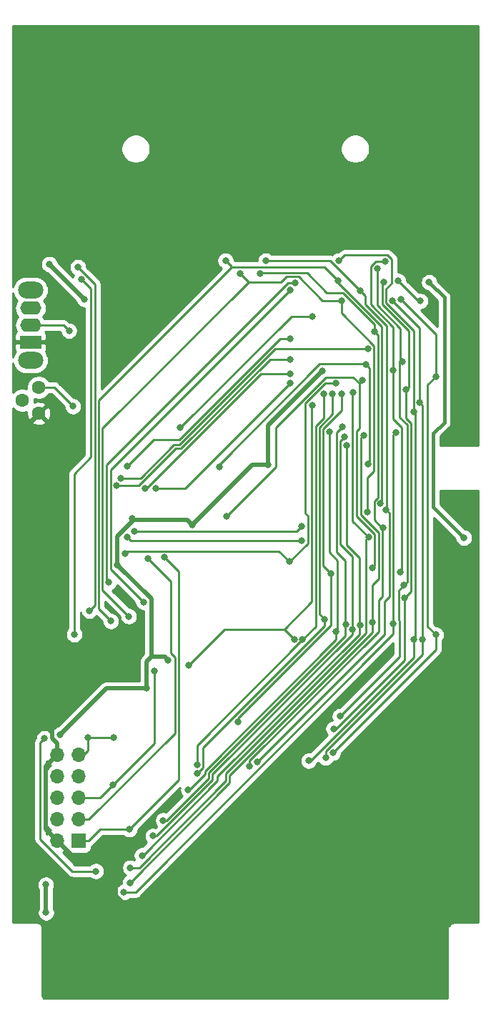
<source format=gbl>
%TF.GenerationSoftware,KiCad,Pcbnew,(5.1.10-1-10_14)*%
%TF.CreationDate,2023-03-15T03:50:06+08:00*%
%TF.ProjectId,GB_MemoryBackup_Mainboard,47425f4d-656d-46f7-9279-4261636b7570,1.0*%
%TF.SameCoordinates,Original*%
%TF.FileFunction,Copper,L2,Bot*%
%TF.FilePolarity,Positive*%
%FSLAX46Y46*%
G04 Gerber Fmt 4.6, Leading zero omitted, Abs format (unit mm)*
G04 Created by KiCad (PCBNEW (5.1.10-1-10_14)) date 2023-03-15 03:50:06*
%MOMM*%
%LPD*%
G01*
G04 APERTURE LIST*
%TA.AperFunction,ComponentPad*%
%ADD10C,1.600000*%
%TD*%
%TA.AperFunction,ComponentPad*%
%ADD11O,3.000000X2.000000*%
%TD*%
%TA.AperFunction,ComponentPad*%
%ADD12O,2.500000X1.600000*%
%TD*%
%TA.AperFunction,ComponentPad*%
%ADD13R,2.500000X1.600000*%
%TD*%
%TA.AperFunction,ComponentPad*%
%ADD14R,1.700000X1.700000*%
%TD*%
%TA.AperFunction,ComponentPad*%
%ADD15O,1.700000X1.700000*%
%TD*%
%TA.AperFunction,ViaPad*%
%ADD16C,0.800000*%
%TD*%
%TA.AperFunction,Conductor*%
%ADD17C,0.500000*%
%TD*%
%TA.AperFunction,Conductor*%
%ADD18C,0.400000*%
%TD*%
%TA.AperFunction,Conductor*%
%ADD19C,0.250000*%
%TD*%
%TA.AperFunction,Conductor*%
%ADD20C,0.254000*%
%TD*%
%TA.AperFunction,Conductor*%
%ADD21C,0.100000*%
%TD*%
G04 APERTURE END LIST*
D10*
%TO.P,SW2,3*%
%TO.N,N/C*%
X63160000Y-85090000D03*
%TO.P,SW2,1*%
%TO.N,/~SW_2*%
X65110000Y-83541000D03*
%TO.P,SW2,2*%
%TO.N,GND*%
X65110000Y-86639000D03*
%TD*%
D11*
%TO.P,SW1,4*%
%TO.N,N/C*%
X64135000Y-72050000D03*
%TO.P,SW1,5*%
X64135000Y-80350000D03*
D12*
%TO.P,SW1,3*%
X64135000Y-74200000D03*
%TO.P,SW1,2*%
%TO.N,/~SW_1*%
X64135000Y-76200000D03*
D13*
%TO.P,SW1,1*%
%TO.N,GND*%
X64135000Y-78200000D03*
%TD*%
D14*
%TO.P,J3,1*%
%TO.N,/TCK*%
X69850000Y-137160000D03*
D15*
%TO.P,J3,2*%
%TO.N,GND*%
X67310000Y-137160000D03*
%TO.P,J3,3*%
%TO.N,/TDO*%
X69850000Y-134620000D03*
%TO.P,J3,4*%
%TO.N,+5V*%
X67310000Y-134620000D03*
%TO.P,J3,5*%
%TO.N,/TMS*%
X69850000Y-132080000D03*
%TO.P,J3,6*%
%TO.N,N/C*%
X67310000Y-132080000D03*
%TO.P,J3,7*%
X69850000Y-129540000D03*
%TO.P,J3,8*%
X67310000Y-129540000D03*
%TO.P,J3,9*%
%TO.N,/TDI*%
X69850000Y-127000000D03*
%TO.P,J3,10*%
%TO.N,GND*%
X67310000Y-127000000D03*
%TD*%
D16*
%TO.N,+5V*%
X74447900Y-104553200D03*
X67608200Y-124639100D03*
X83262200Y-99828400D03*
X80459500Y-115791200D03*
X77907800Y-119136500D03*
X98744300Y-81582700D03*
X65970400Y-145653000D03*
X65959900Y-142348500D03*
X76200000Y-99084600D03*
X92268200Y-92710000D03*
X66350000Y-68980000D03*
X70485000Y-73115000D03*
%TO.N,GND*%
X113000000Y-146292700D03*
X74902400Y-138611900D03*
%TO.N,/AAudioIn*%
X115474700Y-101327700D03*
X111350000Y-71125800D03*
%TO.N,/AD7*%
X104095600Y-92656800D03*
X86477600Y-92982500D03*
X103836300Y-80814500D03*
%TO.N,/AD6*%
X110298000Y-73336400D03*
X107692500Y-70981600D03*
X87377600Y-98777500D03*
X104654100Y-104907700D03*
X103483300Y-82703800D03*
%TO.N,/AD5*%
X107964900Y-105427400D03*
X106163600Y-68654200D03*
X107127500Y-81538100D03*
%TO.N,/AD4*%
X108198100Y-80501400D03*
X105196400Y-69509300D03*
X100799800Y-122429100D03*
X108349500Y-106964000D03*
%TO.N,/AD3*%
X105970200Y-71114500D03*
X100022200Y-123911900D03*
X108469700Y-108408100D03*
X108646500Y-83834100D03*
%TO.N,/AD2*%
X112164900Y-112807200D03*
X108028400Y-73117700D03*
X112181100Y-82251200D03*
X99952853Y-126752853D03*
%TO.N,/AD1*%
X107028200Y-73314600D03*
X99104800Y-127337700D03*
X110532500Y-113321000D03*
X110264000Y-85368000D03*
%TO.N,/AD0*%
X100666800Y-68564900D03*
X97088600Y-127695100D03*
X109517300Y-113348700D03*
X109533500Y-86413000D03*
%TO.N,/AA14*%
X77516600Y-108927900D03*
X94897100Y-72033900D03*
%TO.N,/AA13*%
X88726800Y-123057500D03*
X101024600Y-84316500D03*
X99722600Y-105548800D03*
%TO.N,/AA12*%
X82845800Y-116422800D03*
X97485200Y-85672500D03*
X95371100Y-113317500D03*
%TO.N,/AA11*%
X90981200Y-127817000D03*
X92011200Y-68580800D03*
X106270400Y-98026300D03*
X103213800Y-72142100D03*
%TO.N,/AA10*%
X105892400Y-100174300D03*
X90094300Y-128359600D03*
X91335100Y-70079100D03*
X104879900Y-76959400D03*
%TO.N,/AA9*%
X104066700Y-98296400D03*
X100962800Y-73285500D03*
X75775000Y-110625300D03*
X88970700Y-70079000D03*
%TO.N,/AA8*%
X105579900Y-97302300D03*
X73660000Y-111190000D03*
X87239900Y-68564900D03*
X100576400Y-70944800D03*
%TO.N,/AA7*%
X83852000Y-128176500D03*
X98842600Y-84315200D03*
X96371300Y-113359500D03*
%TO.N,/AA6*%
X99933600Y-84334900D03*
X83878900Y-129176700D03*
X98988800Y-110950300D03*
%TO.N,/AA5*%
X99547900Y-88768100D03*
X82832200Y-131127500D03*
X100354000Y-112424000D03*
%TO.N,/AA4*%
X101071100Y-88181300D03*
X79850000Y-134746400D03*
X101511900Y-111540300D03*
%TO.N,/AA3*%
X101373300Y-89389300D03*
X78633500Y-136599500D03*
X102252400Y-112214300D03*
%TO.N,/AA2*%
X77335000Y-138886900D03*
X101557100Y-90418500D03*
X103154400Y-111701800D03*
%TO.N,/AA1*%
X103577900Y-89233700D03*
X75948800Y-142112400D03*
X104657800Y-111293100D03*
%TO.N,/AA0*%
X107399000Y-88897300D03*
X75151600Y-143257400D03*
X107131400Y-111467400D03*
%TO.N,/~ASRAM_CS*%
X71878000Y-140756500D03*
X65776700Y-125056000D03*
%TO.N,/~ARD*%
X75955700Y-140348000D03*
X104174000Y-101246800D03*
X102377600Y-84188300D03*
%TO.N,/~AWR*%
X75349400Y-103199800D03*
X94789800Y-104169300D03*
X100299500Y-83076600D03*
%TO.N,/AA15_T*%
X73398200Y-106600500D03*
X95477800Y-71200200D03*
%TO.N,/~ARD_T*%
X69320000Y-112747500D03*
X70170000Y-70784900D03*
%TO.N,/~AWR_T*%
X71105800Y-109970800D03*
X69767500Y-69351300D03*
%TO.N,/TCK*%
X80010000Y-103652400D03*
X75842500Y-135800300D03*
%TO.N,/TDO*%
X78084100Y-103803500D03*
%TO.N,/TMS*%
X78823200Y-117076700D03*
X73872300Y-130576600D03*
%TO.N,/TDI*%
X74017500Y-124983400D03*
X70955200Y-124983400D03*
%TO.N,/~SW_1*%
X68693800Y-76855000D03*
%TO.N,/~SW_2*%
X69177600Y-85783100D03*
%TO.N,/F010_A14*%
X96260800Y-101642700D03*
X75632600Y-101221700D03*
%TO.N,/~F_CE_010*%
X96260800Y-100018400D03*
X76437100Y-100607200D03*
%TO.N,/F040_A17*%
X94908600Y-77784200D03*
X75589700Y-92846600D03*
%TO.N,/F040_A14*%
X97506200Y-75142000D03*
X81863300Y-88318700D03*
%TO.N,/~F_CE_040*%
X104101600Y-79008500D03*
X74864500Y-94267700D03*
%TO.N,/F040_A15*%
X94906100Y-83031100D03*
X78967000Y-95509700D03*
%TO.N,/F040_A16*%
X94881600Y-81922500D03*
X77745100Y-95509800D03*
%TO.N,/F040_A18*%
X94890000Y-80227800D03*
X74354400Y-95172200D03*
%TD*%
D17*
%TO.N,+5V*%
X74447900Y-104553200D02*
X78450400Y-108555700D01*
X78450400Y-108555700D02*
X78450400Y-115416800D01*
X74447900Y-104553200D02*
X74447900Y-101127700D01*
X74447900Y-101127700D02*
X76345500Y-99230100D01*
X65970400Y-145653000D02*
X65970400Y-142359000D01*
X65970400Y-142359000D02*
X65959900Y-142348500D01*
X77907800Y-119136500D02*
X73110800Y-119136500D01*
X73110800Y-119136500D02*
X67608200Y-124639100D01*
X78450400Y-115416800D02*
X77907800Y-115959400D01*
X77907800Y-115959400D02*
X77907800Y-119136500D01*
X80459500Y-115791200D02*
X80085100Y-115416800D01*
X80085100Y-115416800D02*
X78450400Y-115416800D01*
X83262200Y-99828400D02*
X90380600Y-92710000D01*
X90380600Y-92710000D02*
X92268200Y-92710000D01*
X76345500Y-99230100D02*
X82663900Y-99230100D01*
X82663900Y-99230100D02*
X83262200Y-99828400D01*
X92268200Y-92710000D02*
X92268200Y-88058800D01*
X92268200Y-88058800D02*
X98744300Y-81582700D01*
X76200000Y-99084600D02*
X76345500Y-99230100D01*
X66350000Y-68980000D02*
X70485000Y-73115000D01*
%TO.N,GND*%
X67310000Y-125649900D02*
X66676800Y-125016700D01*
X66676800Y-125016700D02*
X66676800Y-88205800D01*
X66676800Y-88205800D02*
X65110000Y-86639000D01*
X67310000Y-127000000D02*
X67310000Y-125649900D01*
X67310000Y-127000000D02*
X65939700Y-128370300D01*
X65939700Y-128370300D02*
X65939700Y-135789700D01*
X65939700Y-135789700D02*
X67310000Y-137160000D01*
X74228000Y-139579000D02*
X74228000Y-143647000D01*
X74228000Y-143647000D02*
X76873700Y-146292700D01*
X76873700Y-146292700D02*
X113000000Y-146292700D01*
X74228000Y-139579000D02*
X74902400Y-138904600D01*
X74902400Y-138904600D02*
X74902400Y-138611900D01*
X67310000Y-137160000D02*
X69729000Y-139579000D01*
X69729000Y-139579000D02*
X74228000Y-139579000D01*
D18*
%TO.N,/AAudioIn*%
X115474700Y-101327700D02*
X111862800Y-97715800D01*
X111862800Y-97715800D02*
X111862800Y-88956800D01*
X111862800Y-88956800D02*
X113150300Y-87669300D01*
X113150300Y-87669300D02*
X113150300Y-72926100D01*
X113150300Y-72926100D02*
X111350000Y-71125800D01*
D19*
%TO.N,/AD7*%
X104095600Y-92656800D02*
X104303000Y-92449400D01*
X104303000Y-92449400D02*
X104303000Y-81281200D01*
X104303000Y-81281200D02*
X103836300Y-80814500D01*
X86477600Y-92982500D02*
X86477600Y-92701200D01*
X86477600Y-92701200D02*
X98381100Y-80797700D01*
X98381100Y-80797700D02*
X103819500Y-80797700D01*
X103819500Y-80797700D02*
X103836300Y-80814500D01*
%TO.N,/AD6*%
X110298000Y-73336400D02*
X110047300Y-73336400D01*
X110047300Y-73336400D02*
X107692500Y-70981600D01*
X103102800Y-83084300D02*
X103483300Y-82703800D01*
X104654100Y-104907700D02*
X104929200Y-104632600D01*
X104929200Y-104632600D02*
X104929200Y-100926300D01*
X104929200Y-100926300D02*
X102766800Y-98763900D01*
X102766800Y-98763900D02*
X102766800Y-88747200D01*
X102766800Y-88747200D02*
X103102800Y-88411200D01*
X103102800Y-88411200D02*
X103102800Y-83084300D01*
X103102800Y-83084300D02*
X102366000Y-82347500D01*
X102366000Y-82347500D02*
X99148100Y-82347500D01*
X99148100Y-82347500D02*
X93220000Y-88275600D01*
X93220000Y-88275600D02*
X93220000Y-92935100D01*
X93220000Y-92935100D02*
X87377600Y-98777500D01*
%TO.N,/AD5*%
X107964900Y-105427400D02*
X108125200Y-105267100D01*
X108125200Y-105267100D02*
X108125200Y-88279700D01*
X108125200Y-88279700D02*
X107127500Y-87282000D01*
X107127500Y-87282000D02*
X107127500Y-81538100D01*
X106163600Y-68654200D02*
X105026100Y-68654200D01*
X105026100Y-68654200D02*
X104471300Y-69209000D01*
X104471300Y-69209000D02*
X104471300Y-73765400D01*
X104471300Y-73765400D02*
X107127500Y-76421600D01*
X107127500Y-76421600D02*
X107127500Y-81538100D01*
%TO.N,/AD4*%
X108349500Y-106964000D02*
X108742200Y-106571300D01*
X108742200Y-106571300D02*
X108742200Y-87942000D01*
X108742200Y-87942000D02*
X107872700Y-87072500D01*
X107872700Y-87072500D02*
X107872700Y-80584500D01*
X107872700Y-80584500D02*
X107955800Y-80501400D01*
X107955800Y-80501400D02*
X107955800Y-76613300D01*
X107955800Y-76613300D02*
X105196400Y-73853900D01*
X105196400Y-73853900D02*
X105196400Y-69509300D01*
X107955800Y-80501400D02*
X108198100Y-80501400D01*
X100799800Y-122429100D02*
X107856500Y-115372400D01*
X107856500Y-115372400D02*
X107856500Y-111167000D01*
X107856500Y-111167000D02*
X107742300Y-111052800D01*
X107742300Y-111052800D02*
X107742300Y-107571200D01*
X107742300Y-107571200D02*
X108349500Y-106964000D01*
%TO.N,/AD3*%
X108469700Y-108408100D02*
X109229200Y-107648600D01*
X109229200Y-107648600D02*
X109229200Y-87792300D01*
X109229200Y-87792300D02*
X108646500Y-87209600D01*
X108646500Y-87209600D02*
X108646500Y-83834100D01*
X108646500Y-83834100D02*
X108923200Y-83557400D01*
X108923200Y-83557400D02*
X108923200Y-76873200D01*
X108923200Y-76873200D02*
X105814000Y-73764000D01*
X105814000Y-73764000D02*
X105814000Y-71270700D01*
X105814000Y-71270700D02*
X105970200Y-71114500D01*
X100022200Y-123911900D02*
X100342500Y-123911900D01*
X100342500Y-123911900D02*
X108469700Y-115784700D01*
X108469700Y-115784700D02*
X108469700Y-108408100D01*
%TO.N,/AD2*%
X112181100Y-82251200D02*
X112181100Y-77270400D01*
X112181100Y-77270400D02*
X108028400Y-73117700D01*
X112181100Y-82251200D02*
X111182100Y-83250200D01*
X111182100Y-83250200D02*
X111182100Y-111824400D01*
X111182100Y-111824400D02*
X112164900Y-112807200D01*
X112164900Y-112807200D02*
X112164900Y-114540800D01*
X112164900Y-114540800D02*
X100602850Y-126102850D01*
X100602850Y-126102856D02*
X100602850Y-126102850D01*
X99952853Y-126752853D02*
X100602850Y-126102856D01*
%TO.N,/AD1*%
X110532500Y-113321000D02*
X110532500Y-85636500D01*
X110532500Y-85636500D02*
X110264000Y-85368000D01*
X110264000Y-85368000D02*
X110264000Y-76550400D01*
X110264000Y-76550400D02*
X107028200Y-73314600D01*
X99104800Y-127337700D02*
X99104800Y-126575600D01*
X99104800Y-126575600D02*
X110532500Y-115147900D01*
X110532500Y-115147900D02*
X110532500Y-113321000D01*
%TO.N,/AD0*%
X109517300Y-113348700D02*
X109705300Y-113160700D01*
X109705300Y-113160700D02*
X109705300Y-86584800D01*
X109705300Y-86584800D02*
X109533500Y-86413000D01*
X109533500Y-86413000D02*
X109533500Y-76846900D01*
X109533500Y-76846900D02*
X106264100Y-73577500D01*
X106264100Y-73577500D02*
X106264100Y-71910700D01*
X106264100Y-71910700D02*
X106932300Y-71242500D01*
X106932300Y-71242500D02*
X106932300Y-68395400D01*
X106932300Y-68395400D02*
X106438100Y-67901200D01*
X106438100Y-67901200D02*
X101330500Y-67901200D01*
X101330500Y-67901200D02*
X100666800Y-68564900D01*
X97088600Y-127695100D02*
X97332100Y-127695100D01*
X97332100Y-127695100D02*
X109517300Y-115509900D01*
X109517300Y-115509900D02*
X109517300Y-113348700D01*
%TO.N,/AA14*%
X94897100Y-72033900D02*
X73629300Y-93301700D01*
X73629300Y-93301700D02*
X73629300Y-105040600D01*
X73629300Y-105040600D02*
X77516600Y-108927900D01*
%TO.N,/AA13*%
X101024600Y-84316500D02*
X101024600Y-86266000D01*
X101024600Y-86266000D02*
X98822800Y-88467800D01*
X98822800Y-88467800D02*
X98822800Y-104649000D01*
X98822800Y-104649000D02*
X99722600Y-105548800D01*
X99722600Y-105548800D02*
X99722600Y-111670400D01*
X99722600Y-111670400D02*
X88726800Y-122666200D01*
X88726800Y-122666200D02*
X88726800Y-123057500D01*
%TO.N,/AA12*%
X97485200Y-85672500D02*
X97472500Y-85685200D01*
X97472500Y-85685200D02*
X97472500Y-108900500D01*
X97472500Y-108900500D02*
X94213300Y-112159700D01*
X82845800Y-116422800D02*
X87108900Y-112159700D01*
X87108900Y-112159700D02*
X94213300Y-112159700D01*
X95371100Y-113317500D02*
X94213300Y-112159700D01*
%TO.N,/AA11*%
X106270400Y-98026300D02*
X106629800Y-98385700D01*
X106629800Y-98385700D02*
X106629800Y-108308800D01*
X106629800Y-108308800D02*
X106058200Y-108880400D01*
X106058200Y-108880400D02*
X106058200Y-112740000D01*
X106058200Y-112740000D02*
X90981200Y-127817000D01*
X103213800Y-72142100D02*
X103807300Y-72735600D01*
X103807300Y-72735600D02*
X103807400Y-72735600D01*
X103807400Y-72735600D02*
X103807400Y-73738100D01*
X103807400Y-73738100D02*
X106325800Y-76256500D01*
X106325800Y-76256500D02*
X106325800Y-97970900D01*
X106325800Y-97970900D02*
X106270400Y-98026300D01*
X92011200Y-68580800D02*
X99652500Y-68580800D01*
X99652500Y-68580800D02*
X103213800Y-72142100D01*
%TO.N,/AA10*%
X105833100Y-100200900D02*
X105833100Y-108244000D01*
X105833100Y-108244000D02*
X105383000Y-108694100D01*
X105383000Y-108694100D02*
X105383000Y-112389800D01*
X105383000Y-112389800D02*
X90094300Y-127678500D01*
X90094300Y-127678500D02*
X90094300Y-128359600D01*
X104879900Y-76959400D02*
X105286800Y-77366300D01*
X105286800Y-77366300D02*
X105286800Y-96570000D01*
X105286800Y-96570000D02*
X104854800Y-97002000D01*
X104854800Y-97002000D02*
X104854800Y-99222600D01*
X104854800Y-99222600D02*
X105833100Y-100200900D01*
X105833100Y-100200900D02*
X105865800Y-100200900D01*
X105865800Y-100200900D02*
X105892400Y-100174300D01*
X91335100Y-70079100D02*
X91389300Y-70024900D01*
X91389300Y-70024900D02*
X96896400Y-70024900D01*
X96896400Y-70024900D02*
X99249300Y-72377800D01*
X99249300Y-72377800D02*
X101150900Y-72377800D01*
X101150900Y-72377800D02*
X104879900Y-76106800D01*
X104879900Y-76106800D02*
X104879900Y-76959400D01*
%TO.N,/AA9*%
X100962800Y-73285500D02*
X100962800Y-74781000D01*
X100962800Y-74781000D02*
X104836700Y-78654900D01*
X104836700Y-78654900D02*
X104836700Y-93448800D01*
X104836700Y-93448800D02*
X104066700Y-94218800D01*
X104066700Y-94218800D02*
X104066700Y-98296400D01*
X89983600Y-71091900D02*
X93823300Y-71091900D01*
X93823300Y-71091900D02*
X94440200Y-70475000D01*
X94440200Y-70475000D02*
X95878800Y-70475000D01*
X95878800Y-70475000D02*
X98689300Y-73285500D01*
X98689300Y-73285500D02*
X100962800Y-73285500D01*
X89983600Y-71091900D02*
X88970700Y-70079000D01*
X89983600Y-71091900D02*
X72663000Y-88412500D01*
X72663000Y-88412500D02*
X72663000Y-107513300D01*
X72663000Y-107513300D02*
X75775000Y-110625300D01*
%TO.N,/AA8*%
X100576400Y-70944800D02*
X100576400Y-71166800D01*
X100576400Y-71166800D02*
X105736900Y-76327300D01*
X105736900Y-76327300D02*
X105736900Y-97145300D01*
X105736900Y-97145300D02*
X105579900Y-97302300D01*
X87937700Y-69341700D02*
X98973300Y-69341700D01*
X98973300Y-69341700D02*
X100576400Y-70944800D01*
X87937700Y-69341700D02*
X72212900Y-85066500D01*
X72212900Y-85066500D02*
X72212900Y-109742900D01*
X72212900Y-109742900D02*
X73660000Y-111190000D01*
X87239900Y-68564900D02*
X87937700Y-69262700D01*
X87937700Y-69262700D02*
X87937700Y-69341700D01*
%TO.N,/AA7*%
X96371300Y-113359500D02*
X83852000Y-125878800D01*
X83852000Y-125878800D02*
X83852000Y-128176500D01*
X98842600Y-84315200D02*
X98842600Y-87174800D01*
X98842600Y-87174800D02*
X97922600Y-88094800D01*
X97922600Y-88094800D02*
X97922600Y-111808200D01*
X97922600Y-111808200D02*
X96371300Y-113359500D01*
%TO.N,/AA6*%
X98988800Y-110950300D02*
X98988800Y-111767500D01*
X98988800Y-111767500D02*
X84577200Y-126179100D01*
X84577200Y-126179100D02*
X84577200Y-128478400D01*
X84577200Y-128478400D02*
X83878900Y-129176700D01*
X99933600Y-84334900D02*
X99933600Y-86720400D01*
X99933600Y-86720400D02*
X98372700Y-88281300D01*
X98372700Y-88281300D02*
X98372700Y-110334200D01*
X98372700Y-110334200D02*
X98988800Y-110950300D01*
%TO.N,/AA5*%
X100354000Y-112424000D02*
X100527000Y-112251000D01*
X100527000Y-112251000D02*
X100527000Y-104021600D01*
X100527000Y-104021600D02*
X99547900Y-103042500D01*
X99547900Y-103042500D02*
X99547900Y-88768100D01*
X100354000Y-112424000D02*
X100354000Y-113358200D01*
X100354000Y-113358200D02*
X84791700Y-128920500D01*
X84791700Y-128920500D02*
X84791700Y-129289400D01*
X84791700Y-129289400D02*
X82953600Y-131127500D01*
X82953600Y-131127500D02*
X82832200Y-131127500D01*
%TO.N,/AA4*%
X101413900Y-111540300D02*
X101413900Y-104046700D01*
X101413900Y-104046700D02*
X100381900Y-103014700D01*
X100381900Y-103014700D02*
X100381900Y-88870500D01*
X100381900Y-88870500D02*
X101071100Y-88181300D01*
X79850000Y-134746400D02*
X80239000Y-134746400D01*
X80239000Y-134746400D02*
X85241800Y-129743600D01*
X85241800Y-129743600D02*
X85241800Y-129107000D01*
X85241800Y-129107000D02*
X101413900Y-112934900D01*
X101413900Y-112934900D02*
X101413900Y-111540300D01*
X101413900Y-111540300D02*
X101511900Y-111540300D01*
%TO.N,/AA3*%
X102244700Y-112214300D02*
X102252400Y-112214300D01*
X78633500Y-136599500D02*
X79022500Y-136599500D01*
X79022500Y-136599500D02*
X85691900Y-129930100D01*
X85691900Y-129930100D02*
X85691900Y-129293500D01*
X85691900Y-129293500D02*
X102244700Y-112740700D01*
X102244700Y-112740700D02*
X102244700Y-112214300D01*
X101373300Y-89389300D02*
X100832000Y-89930600D01*
X100832000Y-89930600D02*
X100832000Y-102119500D01*
X100832000Y-102119500D02*
X102244700Y-103532200D01*
X102244700Y-103532200D02*
X102244700Y-112214300D01*
%TO.N,/AA2*%
X103075600Y-111701800D02*
X103075600Y-103726400D01*
X103075600Y-103726400D02*
X101557100Y-102207900D01*
X101557100Y-102207900D02*
X101557100Y-90418500D01*
X77335000Y-138886900D02*
X77414500Y-138886900D01*
X77414500Y-138886900D02*
X86301200Y-130000200D01*
X86301200Y-130000200D02*
X86301200Y-129561800D01*
X86301200Y-129561800D02*
X103075600Y-112787400D01*
X103075600Y-112787400D02*
X103075600Y-111701800D01*
X103075600Y-111701800D02*
X103154400Y-111701800D01*
%TO.N,/AA1*%
X104657800Y-111293100D02*
X104657800Y-106903500D01*
X104657800Y-106903500D02*
X105382900Y-106178400D01*
X105382900Y-106178400D02*
X105382900Y-100743300D01*
X105382900Y-100743300D02*
X103307200Y-98667600D01*
X103307200Y-98667600D02*
X103307200Y-89504400D01*
X103307200Y-89504400D02*
X103577900Y-89233700D01*
X75948800Y-142112400D02*
X87728000Y-130333200D01*
X87728000Y-130333200D02*
X87728000Y-129408200D01*
X87728000Y-129408200D02*
X104657800Y-112478400D01*
X104657800Y-112478400D02*
X104657800Y-111293100D01*
%TO.N,/AA0*%
X107131400Y-111467400D02*
X107131400Y-89164900D01*
X107131400Y-89164900D02*
X107399000Y-88897300D01*
X75151600Y-143257400D02*
X76583200Y-143257400D01*
X76583200Y-143257400D02*
X107131400Y-112709200D01*
X107131400Y-112709200D02*
X107131400Y-111467400D01*
%TO.N,/~ASRAM_CS*%
X65776700Y-125056000D02*
X65296800Y-125535900D01*
X65296800Y-125535900D02*
X65296800Y-136946000D01*
X65296800Y-136946000D02*
X69107300Y-140756500D01*
X69107300Y-140756500D02*
X71878000Y-140756500D01*
%TO.N,/~ARD*%
X104174000Y-101246800D02*
X103879500Y-101541300D01*
X103879500Y-101541300D02*
X103879500Y-112620100D01*
X103879500Y-112620100D02*
X87277900Y-129221700D01*
X87277900Y-129221700D02*
X87277900Y-130068800D01*
X87277900Y-130068800D02*
X76998700Y-140348000D01*
X76998700Y-140348000D02*
X75955700Y-140348000D01*
X104174000Y-101246800D02*
X102294500Y-99367300D01*
X102294500Y-99367300D02*
X102294500Y-84271400D01*
X102294500Y-84271400D02*
X102377600Y-84188300D01*
%TO.N,/~AWR*%
X94789800Y-104169300D02*
X96986000Y-101973100D01*
X96986000Y-101973100D02*
X96986000Y-98724200D01*
X96986000Y-98724200D02*
X96714300Y-98452500D01*
X96714300Y-98452500D02*
X96714300Y-85417900D01*
X96714300Y-85417900D02*
X99055600Y-83076600D01*
X99055600Y-83076600D02*
X100299500Y-83076600D01*
X94789800Y-104169300D02*
X93536700Y-102916200D01*
X93536700Y-102916200D02*
X75633000Y-102916200D01*
X75633000Y-102916200D02*
X75349400Y-103199800D01*
%TO.N,/AA15_T*%
X73398200Y-106600500D02*
X73179000Y-106381300D01*
X73179000Y-106381300D02*
X73179000Y-92691900D01*
X73179000Y-92691900D02*
X94670700Y-71200200D01*
X94670700Y-71200200D02*
X95477800Y-71200200D01*
%TO.N,/~ARD_T*%
X70170000Y-70784900D02*
X71298200Y-71913100D01*
X71298200Y-71913100D02*
X71298200Y-91791800D01*
X71298200Y-91791800D02*
X69320000Y-93770000D01*
X69320000Y-93770000D02*
X69320000Y-112747500D01*
%TO.N,/~AWR_T*%
X69767500Y-69351300D02*
X71748300Y-71332100D01*
X71748300Y-71332100D02*
X71748300Y-109328300D01*
X71748300Y-109328300D02*
X71105800Y-109970800D01*
%TO.N,/TCK*%
X75842500Y-135800300D02*
X81684700Y-129958100D01*
X81684700Y-129958100D02*
X81684700Y-105327100D01*
X81684700Y-105327100D02*
X80010000Y-103652400D01*
X71025100Y-137160000D02*
X72384800Y-135800300D01*
X72384800Y-135800300D02*
X75842500Y-135800300D01*
X69850000Y-137160000D02*
X71025100Y-137160000D01*
%TO.N,/TDO*%
X71025100Y-134620000D02*
X81234600Y-124410500D01*
X81234600Y-124410500D02*
X81234600Y-115470100D01*
X81234600Y-115470100D02*
X80770300Y-115005800D01*
X80770300Y-115005800D02*
X80770200Y-115005800D01*
X80770200Y-115005800D02*
X80770200Y-106489600D01*
X80770200Y-106489600D02*
X78084100Y-103803500D01*
X69850000Y-134620000D02*
X71025100Y-134620000D01*
%TO.N,/TMS*%
X73872300Y-130576600D02*
X78823200Y-125625700D01*
X78823200Y-125625700D02*
X78823200Y-117076700D01*
X69850000Y-132080000D02*
X72368900Y-132080000D01*
X72368900Y-132080000D02*
X73872300Y-130576600D01*
%TO.N,/TDI*%
X70437600Y-127000000D02*
X70955200Y-126482400D01*
X70955200Y-126482400D02*
X70955200Y-124983400D01*
X70955200Y-124983400D02*
X74017500Y-124983400D01*
X69850000Y-127000000D02*
X70437600Y-127000000D01*
%TO.N,/~SW_1*%
X64135000Y-76200000D02*
X68038800Y-76200000D01*
X68038800Y-76200000D02*
X68693800Y-76855000D01*
%TO.N,/~SW_2*%
X69177600Y-85783100D02*
X66935500Y-83541000D01*
X66935500Y-83541000D02*
X65110000Y-83541000D01*
%TO.N,/F010_A14*%
X96260800Y-101642700D02*
X76053600Y-101642700D01*
X76053600Y-101642700D02*
X75632600Y-101221700D01*
%TO.N,/~F_CE_010*%
X96260800Y-100018400D02*
X95672000Y-100607200D01*
X95672000Y-100607200D02*
X76437100Y-100607200D01*
%TO.N,/F040_A17*%
X94908600Y-77784200D02*
X93671000Y-77784200D01*
X93671000Y-77784200D02*
X81740100Y-89715100D01*
X81740100Y-89715100D02*
X78721200Y-89715100D01*
X78721200Y-89715100D02*
X75589700Y-92846600D01*
%TO.N,/F040_A14*%
X81863300Y-88318700D02*
X95040000Y-75142000D01*
X95040000Y-75142000D02*
X97506200Y-75142000D01*
%TO.N,/~F_CE_040*%
X74864500Y-94267700D02*
X77187500Y-94267700D01*
X77187500Y-94267700D02*
X81131000Y-90324200D01*
X81131000Y-90324200D02*
X81767600Y-90324200D01*
X81767600Y-90324200D02*
X93083300Y-79008500D01*
X93083300Y-79008500D02*
X104101600Y-79008500D01*
%TO.N,/F040_A15*%
X78967000Y-95509700D02*
X82427500Y-95509700D01*
X82427500Y-95509700D02*
X94906100Y-83031100D01*
%TO.N,/F040_A16*%
X77745100Y-95509800D02*
X77855200Y-95509800D01*
X77855200Y-95509800D02*
X91442500Y-81922500D01*
X91442500Y-81922500D02*
X94881600Y-81922500D01*
%TO.N,/F040_A18*%
X74354400Y-95172200D02*
X76919600Y-95172200D01*
X76919600Y-95172200D02*
X81317500Y-90774300D01*
X81317500Y-90774300D02*
X81954100Y-90774300D01*
X81954100Y-90774300D02*
X92500600Y-80227800D01*
X92500600Y-80227800D02*
X94890000Y-80227800D01*
%TD*%
D20*
%TO.N,GND*%
X117165001Y-90415000D02*
X112883647Y-90415000D01*
X112850000Y-90411686D01*
X112816353Y-90415000D01*
X112715717Y-90424912D01*
X112697800Y-90430347D01*
X112697800Y-89302667D01*
X113711733Y-88288736D01*
X113743591Y-88262591D01*
X113781356Y-88216575D01*
X113847936Y-88135446D01*
X113925472Y-87990387D01*
X113973218Y-87832989D01*
X113984465Y-87718797D01*
X113985300Y-87710319D01*
X113985300Y-87710318D01*
X113989340Y-87669300D01*
X113985300Y-87628282D01*
X113985300Y-72967118D01*
X113989340Y-72926100D01*
X113977105Y-72801874D01*
X113973218Y-72762411D01*
X113925472Y-72605013D01*
X113847936Y-72459954D01*
X113808708Y-72412154D01*
X113769739Y-72364670D01*
X113769737Y-72364668D01*
X113743591Y-72332809D01*
X113711732Y-72306663D01*
X112374093Y-70969025D01*
X112345226Y-70823902D01*
X112267205Y-70635544D01*
X112153937Y-70466026D01*
X112009774Y-70321863D01*
X111840256Y-70208595D01*
X111651898Y-70130574D01*
X111451939Y-70090800D01*
X111248061Y-70090800D01*
X111048102Y-70130574D01*
X110859744Y-70208595D01*
X110690226Y-70321863D01*
X110546063Y-70466026D01*
X110432795Y-70635544D01*
X110354774Y-70823902D01*
X110315000Y-71023861D01*
X110315000Y-71227739D01*
X110354774Y-71427698D01*
X110432795Y-71616056D01*
X110546063Y-71785574D01*
X110690226Y-71929737D01*
X110859744Y-72043005D01*
X111048102Y-72121026D01*
X111193225Y-72149893D01*
X112315301Y-73271970D01*
X112315301Y-76329799D01*
X110356901Y-74371400D01*
X110399939Y-74371400D01*
X110599898Y-74331626D01*
X110788256Y-74253605D01*
X110957774Y-74140337D01*
X111101937Y-73996174D01*
X111215205Y-73826656D01*
X111293226Y-73638298D01*
X111333000Y-73438339D01*
X111333000Y-73234461D01*
X111293226Y-73034502D01*
X111215205Y-72846144D01*
X111101937Y-72676626D01*
X110957774Y-72532463D01*
X110788256Y-72419195D01*
X110599898Y-72341174D01*
X110399939Y-72301400D01*
X110196061Y-72301400D01*
X110105179Y-72319477D01*
X108727500Y-70941799D01*
X108727500Y-70879661D01*
X108687726Y-70679702D01*
X108609705Y-70491344D01*
X108496437Y-70321826D01*
X108352274Y-70177663D01*
X108182756Y-70064395D01*
X107994398Y-69986374D01*
X107794439Y-69946600D01*
X107692300Y-69946600D01*
X107692300Y-68432722D01*
X107695976Y-68395399D01*
X107692300Y-68358076D01*
X107692300Y-68358067D01*
X107681303Y-68246414D01*
X107637846Y-68103153D01*
X107567274Y-67971124D01*
X107472301Y-67855399D01*
X107443297Y-67831596D01*
X107001904Y-67390203D01*
X106978101Y-67361199D01*
X106862376Y-67266226D01*
X106730347Y-67195654D01*
X106587086Y-67152197D01*
X106475433Y-67141200D01*
X106475422Y-67141200D01*
X106438100Y-67137524D01*
X106400778Y-67141200D01*
X101367833Y-67141200D01*
X101330500Y-67137523D01*
X101293167Y-67141200D01*
X101181514Y-67152197D01*
X101038253Y-67195654D01*
X100906224Y-67266226D01*
X100790499Y-67361199D01*
X100766700Y-67390198D01*
X100626998Y-67529900D01*
X100564861Y-67529900D01*
X100364902Y-67569674D01*
X100176544Y-67647695D01*
X100007026Y-67760963D01*
X99904840Y-67863149D01*
X99801486Y-67831797D01*
X99689833Y-67820800D01*
X99689822Y-67820800D01*
X99652500Y-67817124D01*
X99615178Y-67820800D01*
X92714911Y-67820800D01*
X92670974Y-67776863D01*
X92501456Y-67663595D01*
X92313098Y-67585574D01*
X92113139Y-67545800D01*
X91909261Y-67545800D01*
X91709302Y-67585574D01*
X91520944Y-67663595D01*
X91351426Y-67776863D01*
X91207263Y-67921026D01*
X91093995Y-68090544D01*
X91015974Y-68278902D01*
X90976200Y-68478861D01*
X90976200Y-68581700D01*
X88331502Y-68581700D01*
X88274900Y-68525098D01*
X88274900Y-68462961D01*
X88235126Y-68263002D01*
X88157105Y-68074644D01*
X88043837Y-67905126D01*
X87899674Y-67760963D01*
X87730156Y-67647695D01*
X87541798Y-67569674D01*
X87341839Y-67529900D01*
X87137961Y-67529900D01*
X86938002Y-67569674D01*
X86749644Y-67647695D01*
X86580126Y-67760963D01*
X86435963Y-67905126D01*
X86322695Y-68074644D01*
X86244674Y-68263002D01*
X86204900Y-68462961D01*
X86204900Y-68666839D01*
X86244674Y-68866798D01*
X86322695Y-69055156D01*
X86435963Y-69224674D01*
X86580126Y-69368837D01*
X86733368Y-69471229D01*
X72508300Y-83696299D01*
X72508300Y-71369422D01*
X72511976Y-71332099D01*
X72508300Y-71294776D01*
X72508300Y-71294767D01*
X72497303Y-71183114D01*
X72453846Y-71039853D01*
X72383274Y-70907824D01*
X72288301Y-70792099D01*
X72259304Y-70768302D01*
X70802500Y-69311499D01*
X70802500Y-69249361D01*
X70762726Y-69049402D01*
X70684705Y-68861044D01*
X70571437Y-68691526D01*
X70427274Y-68547363D01*
X70257756Y-68434095D01*
X70069398Y-68356074D01*
X69869439Y-68316300D01*
X69665561Y-68316300D01*
X69465602Y-68356074D01*
X69277244Y-68434095D01*
X69107726Y-68547363D01*
X68963563Y-68691526D01*
X68850295Y-68861044D01*
X68772274Y-69049402D01*
X68732500Y-69249361D01*
X68732500Y-69453239D01*
X68772274Y-69653198D01*
X68850295Y-69841556D01*
X68963563Y-70011074D01*
X69107726Y-70155237D01*
X69272416Y-70265279D01*
X69252795Y-70294644D01*
X69174774Y-70483002D01*
X69163128Y-70541550D01*
X67356535Y-68734957D01*
X67345226Y-68678102D01*
X67267205Y-68489744D01*
X67153937Y-68320226D01*
X67009774Y-68176063D01*
X66840256Y-68062795D01*
X66651898Y-67984774D01*
X66451939Y-67945000D01*
X66248061Y-67945000D01*
X66048102Y-67984774D01*
X65859744Y-68062795D01*
X65690226Y-68176063D01*
X65546063Y-68320226D01*
X65432795Y-68489744D01*
X65354774Y-68678102D01*
X65315000Y-68878061D01*
X65315000Y-69081939D01*
X65354774Y-69281898D01*
X65432795Y-69470256D01*
X65546063Y-69639774D01*
X65690226Y-69783937D01*
X65859744Y-69897205D01*
X66048102Y-69975226D01*
X66104957Y-69986535D01*
X69478465Y-73360044D01*
X69489774Y-73416898D01*
X69567795Y-73605256D01*
X69681063Y-73774774D01*
X69825226Y-73918937D01*
X69994744Y-74032205D01*
X70183102Y-74110226D01*
X70383061Y-74150000D01*
X70538200Y-74150000D01*
X70538201Y-91476997D01*
X68809003Y-93206196D01*
X68779999Y-93229999D01*
X68729302Y-93291774D01*
X68685026Y-93345724D01*
X68618707Y-93469797D01*
X68614454Y-93477754D01*
X68570997Y-93621015D01*
X68560000Y-93732668D01*
X68560000Y-93732678D01*
X68556324Y-93770000D01*
X68560000Y-93807322D01*
X68560001Y-112043788D01*
X68516063Y-112087726D01*
X68402795Y-112257244D01*
X68324774Y-112445602D01*
X68285000Y-112645561D01*
X68285000Y-112849439D01*
X68324774Y-113049398D01*
X68402795Y-113237756D01*
X68516063Y-113407274D01*
X68660226Y-113551437D01*
X68829744Y-113664705D01*
X69018102Y-113742726D01*
X69218061Y-113782500D01*
X69421939Y-113782500D01*
X69621898Y-113742726D01*
X69810256Y-113664705D01*
X69979774Y-113551437D01*
X70123937Y-113407274D01*
X70237205Y-113237756D01*
X70315226Y-113049398D01*
X70355000Y-112849439D01*
X70355000Y-112645561D01*
X70315226Y-112445602D01*
X70237205Y-112257244D01*
X70123937Y-112087726D01*
X70080000Y-112043789D01*
X70080000Y-110118991D01*
X70110574Y-110272698D01*
X70188595Y-110461056D01*
X70301863Y-110630574D01*
X70446026Y-110774737D01*
X70615544Y-110888005D01*
X70803902Y-110966026D01*
X71003861Y-111005800D01*
X71207739Y-111005800D01*
X71407698Y-110966026D01*
X71596056Y-110888005D01*
X71765574Y-110774737D01*
X71909737Y-110630574D01*
X71956214Y-110561016D01*
X72625000Y-111229802D01*
X72625000Y-111291939D01*
X72664774Y-111491898D01*
X72742795Y-111680256D01*
X72856063Y-111849774D01*
X73000226Y-111993937D01*
X73169744Y-112107205D01*
X73358102Y-112185226D01*
X73558061Y-112225000D01*
X73761939Y-112225000D01*
X73961898Y-112185226D01*
X74150256Y-112107205D01*
X74319774Y-111993937D01*
X74463937Y-111849774D01*
X74577205Y-111680256D01*
X74655226Y-111491898D01*
X74695000Y-111291939D01*
X74695000Y-111088061D01*
X74655226Y-110888102D01*
X74577205Y-110699744D01*
X74463937Y-110530226D01*
X74319774Y-110386063D01*
X74150256Y-110272795D01*
X73961898Y-110194774D01*
X73761939Y-110155000D01*
X73699802Y-110155000D01*
X72972900Y-109428099D01*
X72972900Y-108898001D01*
X74740000Y-110665102D01*
X74740000Y-110727239D01*
X74779774Y-110927198D01*
X74857795Y-111115556D01*
X74971063Y-111285074D01*
X75115226Y-111429237D01*
X75284744Y-111542505D01*
X75473102Y-111620526D01*
X75673061Y-111660300D01*
X75876939Y-111660300D01*
X76076898Y-111620526D01*
X76265256Y-111542505D01*
X76434774Y-111429237D01*
X76578937Y-111285074D01*
X76692205Y-111115556D01*
X76770226Y-110927198D01*
X76810000Y-110727239D01*
X76810000Y-110523361D01*
X76770226Y-110323402D01*
X76692205Y-110135044D01*
X76578937Y-109965526D01*
X76434774Y-109821363D01*
X76265256Y-109708095D01*
X76076898Y-109630074D01*
X75876939Y-109590300D01*
X75814802Y-109590300D01*
X73785042Y-107560541D01*
X73888456Y-107517705D01*
X74057974Y-107404437D01*
X74202137Y-107260274D01*
X74315405Y-107090756D01*
X74393426Y-106902398D01*
X74397220Y-106883322D01*
X76481600Y-108967703D01*
X76481600Y-109029839D01*
X76521374Y-109229798D01*
X76599395Y-109418156D01*
X76712663Y-109587674D01*
X76856826Y-109731837D01*
X77026344Y-109845105D01*
X77214702Y-109923126D01*
X77414661Y-109962900D01*
X77565400Y-109962900D01*
X77565401Y-115050221D01*
X77312756Y-115302866D01*
X77278983Y-115330583D01*
X77168389Y-115465342D01*
X77086211Y-115619088D01*
X77050957Y-115735304D01*
X77044341Y-115757114D01*
X77035605Y-115785911D01*
X77022800Y-115915924D01*
X77022800Y-115915931D01*
X77018519Y-115959400D01*
X77022800Y-116002869D01*
X77022801Y-118251500D01*
X73154269Y-118251500D01*
X73110800Y-118247219D01*
X73067331Y-118251500D01*
X73067323Y-118251500D01*
X72937310Y-118264305D01*
X72770486Y-118314911D01*
X72616741Y-118397089D01*
X72515753Y-118479968D01*
X72515751Y-118479970D01*
X72481983Y-118507683D01*
X72454270Y-118541451D01*
X67363157Y-123632565D01*
X67306302Y-123643874D01*
X67117944Y-123721895D01*
X66948426Y-123835163D01*
X66804263Y-123979326D01*
X66690995Y-124148844D01*
X66612974Y-124337202D01*
X66596509Y-124419980D01*
X66580637Y-124396226D01*
X66436474Y-124252063D01*
X66266956Y-124138795D01*
X66078598Y-124060774D01*
X65878639Y-124021000D01*
X65674761Y-124021000D01*
X65474802Y-124060774D01*
X65286444Y-124138795D01*
X65116926Y-124252063D01*
X64972763Y-124396226D01*
X64859495Y-124565744D01*
X64781474Y-124754102D01*
X64741700Y-124954061D01*
X64741700Y-125014297D01*
X64707475Y-125056001D01*
X64661826Y-125111624D01*
X64613827Y-125201424D01*
X64591254Y-125243654D01*
X64547797Y-125386915D01*
X64536800Y-125498568D01*
X64536800Y-125498578D01*
X64533124Y-125535900D01*
X64536800Y-125573222D01*
X64536801Y-136908668D01*
X64533124Y-136946000D01*
X64536801Y-136983333D01*
X64539528Y-137011015D01*
X64547798Y-137094985D01*
X64591254Y-137238246D01*
X64661826Y-137370276D01*
X64729098Y-137452246D01*
X64756800Y-137486001D01*
X64785798Y-137509799D01*
X68543501Y-141267503D01*
X68567299Y-141296501D01*
X68683024Y-141391474D01*
X68815053Y-141462046D01*
X68958314Y-141505503D01*
X69069967Y-141516500D01*
X69069975Y-141516500D01*
X69107300Y-141520176D01*
X69144625Y-141516500D01*
X71174289Y-141516500D01*
X71218226Y-141560437D01*
X71387744Y-141673705D01*
X71576102Y-141751726D01*
X71776061Y-141791500D01*
X71979939Y-141791500D01*
X72179898Y-141751726D01*
X72368256Y-141673705D01*
X72537774Y-141560437D01*
X72681937Y-141416274D01*
X72795205Y-141246756D01*
X72873226Y-141058398D01*
X72913000Y-140858439D01*
X72913000Y-140654561D01*
X72873226Y-140454602D01*
X72795205Y-140266244D01*
X72681937Y-140096726D01*
X72537774Y-139952563D01*
X72368256Y-139839295D01*
X72179898Y-139761274D01*
X71979939Y-139721500D01*
X71776061Y-139721500D01*
X71576102Y-139761274D01*
X71387744Y-139839295D01*
X71218226Y-139952563D01*
X71174289Y-139996500D01*
X69422102Y-139996500D01*
X67932768Y-138507167D01*
X67941252Y-138504157D01*
X68191355Y-138355178D01*
X68387502Y-138178374D01*
X68410498Y-138254180D01*
X68469463Y-138364494D01*
X68548815Y-138461185D01*
X68645506Y-138540537D01*
X68755820Y-138599502D01*
X68875518Y-138635812D01*
X69000000Y-138648072D01*
X70700000Y-138648072D01*
X70824482Y-138635812D01*
X70944180Y-138599502D01*
X71054494Y-138540537D01*
X71151185Y-138461185D01*
X71230537Y-138364494D01*
X71289502Y-138254180D01*
X71325812Y-138134482D01*
X71338072Y-138010000D01*
X71338072Y-137854468D01*
X71449376Y-137794974D01*
X71565101Y-137700001D01*
X71588904Y-137670997D01*
X72699602Y-136560300D01*
X75138789Y-136560300D01*
X75182726Y-136604237D01*
X75352244Y-136717505D01*
X75540602Y-136795526D01*
X75740561Y-136835300D01*
X75944439Y-136835300D01*
X76144398Y-136795526D01*
X76332756Y-136717505D01*
X76502274Y-136604237D01*
X76646437Y-136460074D01*
X76759705Y-136290556D01*
X76837726Y-136102198D01*
X76877500Y-135902239D01*
X76877500Y-135840101D01*
X81823311Y-130894292D01*
X81797200Y-131025561D01*
X81797200Y-131229439D01*
X81836974Y-131429398D01*
X81914995Y-131617756D01*
X82028263Y-131787274D01*
X82075794Y-131834805D01*
X80157220Y-133753379D01*
X80151898Y-133751174D01*
X79951939Y-133711400D01*
X79748061Y-133711400D01*
X79548102Y-133751174D01*
X79359744Y-133829195D01*
X79190226Y-133942463D01*
X79046063Y-134086626D01*
X78932795Y-134256144D01*
X78854774Y-134444502D01*
X78815000Y-134644461D01*
X78815000Y-134848339D01*
X78854774Y-135048298D01*
X78932795Y-135236656D01*
X79046063Y-135406174D01*
X79093544Y-135453655D01*
X78940720Y-135606479D01*
X78935398Y-135604274D01*
X78735439Y-135564500D01*
X78531561Y-135564500D01*
X78331602Y-135604274D01*
X78143244Y-135682295D01*
X77973726Y-135795563D01*
X77829563Y-135939726D01*
X77716295Y-136109244D01*
X77638274Y-136297602D01*
X77598500Y-136497561D01*
X77598500Y-136701439D01*
X77638274Y-136901398D01*
X77716295Y-137089756D01*
X77829563Y-137259274D01*
X77898444Y-137328155D01*
X77374699Y-137851900D01*
X77233061Y-137851900D01*
X77033102Y-137891674D01*
X76844744Y-137969695D01*
X76675226Y-138082963D01*
X76531063Y-138227126D01*
X76417795Y-138396644D01*
X76339774Y-138585002D01*
X76300000Y-138784961D01*
X76300000Y-138988839D01*
X76339774Y-139188798D01*
X76417795Y-139377156D01*
X76459829Y-139440065D01*
X76445956Y-139430795D01*
X76257598Y-139352774D01*
X76057639Y-139313000D01*
X75853761Y-139313000D01*
X75653802Y-139352774D01*
X75465444Y-139430795D01*
X75295926Y-139544063D01*
X75151763Y-139688226D01*
X75038495Y-139857744D01*
X74960474Y-140046102D01*
X74920700Y-140246061D01*
X74920700Y-140449939D01*
X74960474Y-140649898D01*
X75038495Y-140838256D01*
X75151763Y-141007774D01*
X75295926Y-141151937D01*
X75409605Y-141227895D01*
X75289026Y-141308463D01*
X75144863Y-141452626D01*
X75031595Y-141622144D01*
X74953574Y-141810502D01*
X74913800Y-142010461D01*
X74913800Y-142214339D01*
X74920513Y-142248089D01*
X74849702Y-142262174D01*
X74661344Y-142340195D01*
X74491826Y-142453463D01*
X74347663Y-142597626D01*
X74234395Y-142767144D01*
X74156374Y-142955502D01*
X74116600Y-143155461D01*
X74116600Y-143359339D01*
X74156374Y-143559298D01*
X74234395Y-143747656D01*
X74347663Y-143917174D01*
X74491826Y-144061337D01*
X74661344Y-144174605D01*
X74849702Y-144252626D01*
X75049661Y-144292400D01*
X75253539Y-144292400D01*
X75453498Y-144252626D01*
X75641856Y-144174605D01*
X75811374Y-144061337D01*
X75855311Y-144017400D01*
X76545878Y-144017400D01*
X76583200Y-144021076D01*
X76620522Y-144017400D01*
X76620533Y-144017400D01*
X76732186Y-144006403D01*
X76875447Y-143962946D01*
X77007476Y-143892374D01*
X77123201Y-143797401D01*
X77147004Y-143768397D01*
X107096500Y-113818902D01*
X107096500Y-115057598D01*
X100759999Y-121394100D01*
X100697861Y-121394100D01*
X100497902Y-121433874D01*
X100309544Y-121511895D01*
X100140026Y-121625163D01*
X99995863Y-121769326D01*
X99882595Y-121938844D01*
X99804574Y-122127202D01*
X99764800Y-122327161D01*
X99764800Y-122531039D01*
X99804574Y-122730998D01*
X99869215Y-122887054D01*
X99720302Y-122916674D01*
X99531944Y-122994695D01*
X99362426Y-123107963D01*
X99218263Y-123252126D01*
X99104995Y-123421644D01*
X99026974Y-123610002D01*
X98987200Y-123809961D01*
X98987200Y-124013839D01*
X99026974Y-124213798D01*
X99104995Y-124402156D01*
X99218263Y-124571674D01*
X99299494Y-124652905D01*
X97275416Y-126676983D01*
X97190539Y-126660100D01*
X96986661Y-126660100D01*
X96786702Y-126699874D01*
X96598344Y-126777895D01*
X96428826Y-126891163D01*
X96284663Y-127035326D01*
X96171395Y-127204844D01*
X96093374Y-127393202D01*
X96053600Y-127593161D01*
X96053600Y-127797039D01*
X96093374Y-127996998D01*
X96171395Y-128185356D01*
X96284663Y-128354874D01*
X96428826Y-128499037D01*
X96598344Y-128612305D01*
X96786702Y-128690326D01*
X96986661Y-128730100D01*
X97190539Y-128730100D01*
X97390498Y-128690326D01*
X97578856Y-128612305D01*
X97748374Y-128499037D01*
X97892537Y-128354874D01*
X98005805Y-128185356D01*
X98068851Y-128033150D01*
X98222222Y-127879779D01*
X98300863Y-127997474D01*
X98445026Y-128141637D01*
X98614544Y-128254905D01*
X98802902Y-128332926D01*
X99002861Y-128372700D01*
X99206739Y-128372700D01*
X99406698Y-128332926D01*
X99595056Y-128254905D01*
X99764574Y-128141637D01*
X99908737Y-127997474D01*
X100022005Y-127827956D01*
X100038616Y-127787853D01*
X100054792Y-127787853D01*
X100254751Y-127748079D01*
X100443109Y-127670058D01*
X100612627Y-127556790D01*
X100756790Y-127412627D01*
X100870058Y-127243109D01*
X100948079Y-127054751D01*
X100987853Y-126854792D01*
X100987853Y-126792655D01*
X101113854Y-126666654D01*
X101142851Y-126642857D01*
X101166681Y-126613820D01*
X112675903Y-115104599D01*
X112704901Y-115080801D01*
X112766453Y-115005800D01*
X112799874Y-114965077D01*
X112870446Y-114833047D01*
X112881692Y-114795974D01*
X112913903Y-114689786D01*
X112924900Y-114578133D01*
X112924900Y-114578123D01*
X112928576Y-114540800D01*
X112924900Y-114503477D01*
X112924900Y-113510911D01*
X112968837Y-113466974D01*
X113082105Y-113297456D01*
X113160126Y-113109098D01*
X113199900Y-112909139D01*
X113199900Y-112705261D01*
X113160126Y-112505302D01*
X113082105Y-112316944D01*
X112968837Y-112147426D01*
X112824674Y-112003263D01*
X112655156Y-111889995D01*
X112466798Y-111811974D01*
X112266839Y-111772200D01*
X112204701Y-111772200D01*
X111942100Y-111509599D01*
X111942100Y-98975967D01*
X114450608Y-101484475D01*
X114479474Y-101629598D01*
X114557495Y-101817956D01*
X114670763Y-101987474D01*
X114814926Y-102131637D01*
X114984444Y-102244905D01*
X115172802Y-102322926D01*
X115372761Y-102362700D01*
X115576639Y-102362700D01*
X115776598Y-102322926D01*
X115964956Y-102244905D01*
X116134474Y-102131637D01*
X116278637Y-101987474D01*
X116391905Y-101817956D01*
X116469926Y-101629598D01*
X116509700Y-101429639D01*
X116509700Y-101225761D01*
X116469926Y-101025802D01*
X116391905Y-100837444D01*
X116278637Y-100667926D01*
X116134474Y-100523763D01*
X115964956Y-100410495D01*
X115776598Y-100332474D01*
X115631475Y-100303608D01*
X112697800Y-97369933D01*
X112697800Y-95769653D01*
X112715717Y-95775088D01*
X112850000Y-95788314D01*
X112883647Y-95785000D01*
X117165001Y-95785000D01*
X117165000Y-146815000D01*
X114383647Y-146815000D01*
X114350000Y-146811686D01*
X114316353Y-146815000D01*
X114215717Y-146824912D01*
X114086594Y-146864081D01*
X113967593Y-146927688D01*
X113863289Y-147013289D01*
X113777688Y-147117593D01*
X113737382Y-147193000D01*
X113665000Y-147193000D01*
X113640224Y-147195440D01*
X113616399Y-147202667D01*
X113594443Y-147214403D01*
X113575197Y-147230197D01*
X113559403Y-147249443D01*
X113547667Y-147271399D01*
X113540440Y-147295224D01*
X113538000Y-147320000D01*
X113538000Y-155747098D01*
X113524310Y-155758423D01*
X113470796Y-155787358D01*
X113412677Y-155805349D01*
X113320855Y-155815000D01*
X65883505Y-155815000D01*
X65789454Y-155805778D01*
X65731213Y-155788194D01*
X65677500Y-155759635D01*
X65630354Y-155721183D01*
X65591577Y-155674310D01*
X65562642Y-155620796D01*
X65544651Y-155562677D01*
X65535000Y-155470855D01*
X65535000Y-147533646D01*
X65538314Y-147500000D01*
X65532000Y-147435894D01*
X65532000Y-147320000D01*
X65529560Y-147295224D01*
X65522333Y-147271399D01*
X65510597Y-147249443D01*
X65494803Y-147230197D01*
X65475557Y-147214403D01*
X65473458Y-147213281D01*
X65422312Y-147117593D01*
X65336711Y-147013289D01*
X65232407Y-146927688D01*
X65113406Y-146864081D01*
X64984283Y-146824912D01*
X64883647Y-146815000D01*
X64850000Y-146811686D01*
X64816353Y-146815000D01*
X62035000Y-146815000D01*
X62035000Y-142246561D01*
X64924900Y-142246561D01*
X64924900Y-142450439D01*
X64964674Y-142650398D01*
X65042695Y-142838756D01*
X65085401Y-142902670D01*
X65085400Y-145114545D01*
X65053195Y-145162744D01*
X64975174Y-145351102D01*
X64935400Y-145551061D01*
X64935400Y-145754939D01*
X64975174Y-145954898D01*
X65053195Y-146143256D01*
X65166463Y-146312774D01*
X65310626Y-146456937D01*
X65480144Y-146570205D01*
X65668502Y-146648226D01*
X65868461Y-146688000D01*
X66072339Y-146688000D01*
X66272298Y-146648226D01*
X66460656Y-146570205D01*
X66630174Y-146456937D01*
X66774337Y-146312774D01*
X66887605Y-146143256D01*
X66965626Y-145954898D01*
X67005400Y-145754939D01*
X67005400Y-145551061D01*
X66965626Y-145351102D01*
X66887605Y-145162744D01*
X66855400Y-145114546D01*
X66855400Y-142871240D01*
X66877105Y-142838756D01*
X66955126Y-142650398D01*
X66994900Y-142450439D01*
X66994900Y-142246561D01*
X66955126Y-142046602D01*
X66877105Y-141858244D01*
X66763837Y-141688726D01*
X66619674Y-141544563D01*
X66450156Y-141431295D01*
X66261798Y-141353274D01*
X66061839Y-141313500D01*
X65857961Y-141313500D01*
X65658002Y-141353274D01*
X65469644Y-141431295D01*
X65300126Y-141544563D01*
X65155963Y-141688726D01*
X65042695Y-141858244D01*
X64964674Y-142046602D01*
X64924900Y-142246561D01*
X62035000Y-142246561D01*
X62035000Y-87631702D01*
X64296903Y-87631702D01*
X64368486Y-87875671D01*
X64623996Y-87996571D01*
X64898184Y-88065300D01*
X65180512Y-88079217D01*
X65460130Y-88037787D01*
X65726292Y-87942603D01*
X65851514Y-87875671D01*
X65923097Y-87631702D01*
X65110000Y-86818605D01*
X64296903Y-87631702D01*
X62035000Y-87631702D01*
X62035000Y-85989250D01*
X62045363Y-86004759D01*
X62245241Y-86204637D01*
X62480273Y-86361680D01*
X62741426Y-86469853D01*
X63018665Y-86525000D01*
X63301335Y-86525000D01*
X63578574Y-86469853D01*
X63683945Y-86426207D01*
X63683700Y-86427184D01*
X63669783Y-86709512D01*
X63711213Y-86989130D01*
X63806397Y-87255292D01*
X63873329Y-87380514D01*
X64117298Y-87452097D01*
X64930395Y-86639000D01*
X65289605Y-86639000D01*
X66102702Y-87452097D01*
X66346671Y-87380514D01*
X66467571Y-87125004D01*
X66536300Y-86850816D01*
X66550217Y-86568488D01*
X66508787Y-86288870D01*
X66413603Y-86022708D01*
X66346671Y-85897486D01*
X66102702Y-85825903D01*
X65289605Y-86639000D01*
X64930395Y-86639000D01*
X64916253Y-86624858D01*
X65095858Y-86445253D01*
X65110000Y-86459395D01*
X65923097Y-85646298D01*
X65851514Y-85402329D01*
X65596004Y-85281429D01*
X65321816Y-85212700D01*
X65039488Y-85198783D01*
X64759870Y-85240213D01*
X64580473Y-85304369D01*
X64595000Y-85231335D01*
X64595000Y-84948665D01*
X64580313Y-84874828D01*
X64691426Y-84920853D01*
X64968665Y-84976000D01*
X65251335Y-84976000D01*
X65528574Y-84920853D01*
X65789727Y-84812680D01*
X66024759Y-84655637D01*
X66224637Y-84455759D01*
X66328043Y-84301000D01*
X66620699Y-84301000D01*
X68142600Y-85822902D01*
X68142600Y-85885039D01*
X68182374Y-86084998D01*
X68260395Y-86273356D01*
X68373663Y-86442874D01*
X68517826Y-86587037D01*
X68687344Y-86700305D01*
X68875702Y-86778326D01*
X69075661Y-86818100D01*
X69279539Y-86818100D01*
X69479498Y-86778326D01*
X69667856Y-86700305D01*
X69837374Y-86587037D01*
X69981537Y-86442874D01*
X70094805Y-86273356D01*
X70172826Y-86084998D01*
X70212600Y-85885039D01*
X70212600Y-85681161D01*
X70172826Y-85481202D01*
X70094805Y-85292844D01*
X69981537Y-85123326D01*
X69837374Y-84979163D01*
X69667856Y-84865895D01*
X69479498Y-84787874D01*
X69279539Y-84748100D01*
X69217402Y-84748100D01*
X67499304Y-83030003D01*
X67475501Y-83000999D01*
X67359776Y-82906026D01*
X67227747Y-82835454D01*
X67084486Y-82791997D01*
X66972833Y-82781000D01*
X66972822Y-82781000D01*
X66935500Y-82777324D01*
X66898178Y-82781000D01*
X66328043Y-82781000D01*
X66224637Y-82626241D01*
X66024759Y-82426363D01*
X65789727Y-82269320D01*
X65528574Y-82161147D01*
X65251335Y-82106000D01*
X64968665Y-82106000D01*
X64691426Y-82161147D01*
X64430273Y-82269320D01*
X64195241Y-82426363D01*
X63995363Y-82626241D01*
X63838320Y-82861273D01*
X63730147Y-83122426D01*
X63675000Y-83399665D01*
X63675000Y-83682335D01*
X63689687Y-83756172D01*
X63578574Y-83710147D01*
X63301335Y-83655000D01*
X63018665Y-83655000D01*
X62741426Y-83710147D01*
X62480273Y-83818320D01*
X62245241Y-83975363D01*
X62045363Y-84175241D01*
X62035000Y-84190750D01*
X62035000Y-80707909D01*
X62117148Y-80978715D01*
X62268969Y-81262752D01*
X62473286Y-81511714D01*
X62722248Y-81716031D01*
X63006285Y-81867852D01*
X63314484Y-81961343D01*
X63554678Y-81985000D01*
X64715322Y-81985000D01*
X64955516Y-81961343D01*
X65263715Y-81867852D01*
X65547752Y-81716031D01*
X65796714Y-81511714D01*
X66001031Y-81262752D01*
X66152852Y-80978715D01*
X66246343Y-80670516D01*
X66277911Y-80350000D01*
X66246343Y-80029484D01*
X66152852Y-79721285D01*
X66001031Y-79437248D01*
X65922471Y-79341522D01*
X65974502Y-79244180D01*
X66010812Y-79124482D01*
X66023072Y-79000000D01*
X66020000Y-78485750D01*
X65861250Y-78327000D01*
X64262000Y-78327000D01*
X64262000Y-78347000D01*
X64008000Y-78347000D01*
X64008000Y-78327000D01*
X62408750Y-78327000D01*
X62250000Y-78485750D01*
X62246928Y-79000000D01*
X62259188Y-79124482D01*
X62295498Y-79244180D01*
X62347529Y-79341522D01*
X62268969Y-79437248D01*
X62117148Y-79721285D01*
X62035000Y-79992091D01*
X62035000Y-72407909D01*
X62117148Y-72678715D01*
X62268969Y-72962752D01*
X62473286Y-73211714D01*
X62572718Y-73293315D01*
X62486068Y-73398899D01*
X62352818Y-73648192D01*
X62270764Y-73918691D01*
X62243057Y-74200000D01*
X62270764Y-74481309D01*
X62352818Y-74751808D01*
X62486068Y-75001101D01*
X62649300Y-75200000D01*
X62486068Y-75398899D01*
X62352818Y-75648192D01*
X62270764Y-75918691D01*
X62243057Y-76200000D01*
X62270764Y-76481309D01*
X62352818Y-76751808D01*
X62450710Y-76934950D01*
X62433815Y-76948815D01*
X62354463Y-77045506D01*
X62295498Y-77155820D01*
X62259188Y-77275518D01*
X62246928Y-77400000D01*
X62250000Y-77914250D01*
X62408750Y-78073000D01*
X64008000Y-78073000D01*
X64008000Y-78053000D01*
X64262000Y-78053000D01*
X64262000Y-78073000D01*
X65861250Y-78073000D01*
X66020000Y-77914250D01*
X66023072Y-77400000D01*
X66010812Y-77275518D01*
X65974502Y-77155820D01*
X65915537Y-77045506D01*
X65845364Y-76960000D01*
X67659409Y-76960000D01*
X67698574Y-77156898D01*
X67776595Y-77345256D01*
X67889863Y-77514774D01*
X68034026Y-77658937D01*
X68203544Y-77772205D01*
X68391902Y-77850226D01*
X68591861Y-77890000D01*
X68795739Y-77890000D01*
X68995698Y-77850226D01*
X69184056Y-77772205D01*
X69353574Y-77658937D01*
X69497737Y-77514774D01*
X69611005Y-77345256D01*
X69689026Y-77156898D01*
X69728800Y-76956939D01*
X69728800Y-76753061D01*
X69689026Y-76553102D01*
X69611005Y-76364744D01*
X69497737Y-76195226D01*
X69353574Y-76051063D01*
X69184056Y-75937795D01*
X68995698Y-75859774D01*
X68795739Y-75820000D01*
X68733601Y-75820000D01*
X68602603Y-75689002D01*
X68578801Y-75659999D01*
X68463076Y-75565026D01*
X68331047Y-75494454D01*
X68187786Y-75450997D01*
X68076133Y-75440000D01*
X68076122Y-75440000D01*
X68038800Y-75436324D01*
X68001478Y-75440000D01*
X65805901Y-75440000D01*
X65783932Y-75398899D01*
X65620700Y-75200000D01*
X65783932Y-75001101D01*
X65917182Y-74751808D01*
X65999236Y-74481309D01*
X66026943Y-74200000D01*
X65999236Y-73918691D01*
X65917182Y-73648192D01*
X65783932Y-73398899D01*
X65697282Y-73293315D01*
X65796714Y-73211714D01*
X66001031Y-72962752D01*
X66152852Y-72678715D01*
X66246343Y-72370516D01*
X66277911Y-72050000D01*
X66246343Y-71729484D01*
X66152852Y-71421285D01*
X66001031Y-71137248D01*
X65796714Y-70888286D01*
X65547752Y-70683969D01*
X65263715Y-70532148D01*
X64955516Y-70438657D01*
X64715322Y-70415000D01*
X63554678Y-70415000D01*
X63314484Y-70438657D01*
X63006285Y-70532148D01*
X62722248Y-70683969D01*
X62473286Y-70888286D01*
X62268969Y-71137248D01*
X62117148Y-71421285D01*
X62035000Y-71692091D01*
X62035000Y-55169117D01*
X74865000Y-55169117D01*
X74865000Y-55510883D01*
X74931675Y-55846081D01*
X75062463Y-56161831D01*
X75252337Y-56445998D01*
X75494002Y-56687663D01*
X75778169Y-56877537D01*
X76093919Y-57008325D01*
X76429117Y-57075000D01*
X76770883Y-57075000D01*
X77106081Y-57008325D01*
X77421831Y-56877537D01*
X77705998Y-56687663D01*
X77947663Y-56445998D01*
X78137537Y-56161831D01*
X78268325Y-55846081D01*
X78335000Y-55510883D01*
X78335000Y-55169117D01*
X100865000Y-55169117D01*
X100865000Y-55510883D01*
X100931675Y-55846081D01*
X101062463Y-56161831D01*
X101252337Y-56445998D01*
X101494002Y-56687663D01*
X101778169Y-56877537D01*
X102093919Y-57008325D01*
X102429117Y-57075000D01*
X102770883Y-57075000D01*
X103106081Y-57008325D01*
X103421831Y-56877537D01*
X103705998Y-56687663D01*
X103947663Y-56445998D01*
X104137537Y-56161831D01*
X104268325Y-55846081D01*
X104335000Y-55510883D01*
X104335000Y-55169117D01*
X104268325Y-54833919D01*
X104137537Y-54518169D01*
X103947663Y-54234002D01*
X103705998Y-53992337D01*
X103421831Y-53802463D01*
X103106081Y-53671675D01*
X102770883Y-53605000D01*
X102429117Y-53605000D01*
X102093919Y-53671675D01*
X101778169Y-53802463D01*
X101494002Y-53992337D01*
X101252337Y-54234002D01*
X101062463Y-54518169D01*
X100931675Y-54833919D01*
X100865000Y-55169117D01*
X78335000Y-55169117D01*
X78268325Y-54833919D01*
X78137537Y-54518169D01*
X77947663Y-54234002D01*
X77705998Y-53992337D01*
X77421831Y-53802463D01*
X77106081Y-53671675D01*
X76770883Y-53605000D01*
X76429117Y-53605000D01*
X76093919Y-53671675D01*
X75778169Y-53802463D01*
X75494002Y-53992337D01*
X75252337Y-54234002D01*
X75062463Y-54518169D01*
X74931675Y-54833919D01*
X74865000Y-55169117D01*
X62035000Y-55169117D01*
X62035000Y-40767000D01*
X117165000Y-40767000D01*
X117165001Y-90415000D01*
%TA.AperFunction,Conductor*%
D21*
G36*
X117165001Y-90415000D02*
G01*
X112883647Y-90415000D01*
X112850000Y-90411686D01*
X112816353Y-90415000D01*
X112715717Y-90424912D01*
X112697800Y-90430347D01*
X112697800Y-89302667D01*
X113711733Y-88288736D01*
X113743591Y-88262591D01*
X113781356Y-88216575D01*
X113847936Y-88135446D01*
X113925472Y-87990387D01*
X113973218Y-87832989D01*
X113984465Y-87718797D01*
X113985300Y-87710319D01*
X113985300Y-87710318D01*
X113989340Y-87669300D01*
X113985300Y-87628282D01*
X113985300Y-72967118D01*
X113989340Y-72926100D01*
X113977105Y-72801874D01*
X113973218Y-72762411D01*
X113925472Y-72605013D01*
X113847936Y-72459954D01*
X113808708Y-72412154D01*
X113769739Y-72364670D01*
X113769737Y-72364668D01*
X113743591Y-72332809D01*
X113711732Y-72306663D01*
X112374093Y-70969025D01*
X112345226Y-70823902D01*
X112267205Y-70635544D01*
X112153937Y-70466026D01*
X112009774Y-70321863D01*
X111840256Y-70208595D01*
X111651898Y-70130574D01*
X111451939Y-70090800D01*
X111248061Y-70090800D01*
X111048102Y-70130574D01*
X110859744Y-70208595D01*
X110690226Y-70321863D01*
X110546063Y-70466026D01*
X110432795Y-70635544D01*
X110354774Y-70823902D01*
X110315000Y-71023861D01*
X110315000Y-71227739D01*
X110354774Y-71427698D01*
X110432795Y-71616056D01*
X110546063Y-71785574D01*
X110690226Y-71929737D01*
X110859744Y-72043005D01*
X111048102Y-72121026D01*
X111193225Y-72149893D01*
X112315301Y-73271970D01*
X112315301Y-76329799D01*
X110356901Y-74371400D01*
X110399939Y-74371400D01*
X110599898Y-74331626D01*
X110788256Y-74253605D01*
X110957774Y-74140337D01*
X111101937Y-73996174D01*
X111215205Y-73826656D01*
X111293226Y-73638298D01*
X111333000Y-73438339D01*
X111333000Y-73234461D01*
X111293226Y-73034502D01*
X111215205Y-72846144D01*
X111101937Y-72676626D01*
X110957774Y-72532463D01*
X110788256Y-72419195D01*
X110599898Y-72341174D01*
X110399939Y-72301400D01*
X110196061Y-72301400D01*
X110105179Y-72319477D01*
X108727500Y-70941799D01*
X108727500Y-70879661D01*
X108687726Y-70679702D01*
X108609705Y-70491344D01*
X108496437Y-70321826D01*
X108352274Y-70177663D01*
X108182756Y-70064395D01*
X107994398Y-69986374D01*
X107794439Y-69946600D01*
X107692300Y-69946600D01*
X107692300Y-68432722D01*
X107695976Y-68395399D01*
X107692300Y-68358076D01*
X107692300Y-68358067D01*
X107681303Y-68246414D01*
X107637846Y-68103153D01*
X107567274Y-67971124D01*
X107472301Y-67855399D01*
X107443297Y-67831596D01*
X107001904Y-67390203D01*
X106978101Y-67361199D01*
X106862376Y-67266226D01*
X106730347Y-67195654D01*
X106587086Y-67152197D01*
X106475433Y-67141200D01*
X106475422Y-67141200D01*
X106438100Y-67137524D01*
X106400778Y-67141200D01*
X101367833Y-67141200D01*
X101330500Y-67137523D01*
X101293167Y-67141200D01*
X101181514Y-67152197D01*
X101038253Y-67195654D01*
X100906224Y-67266226D01*
X100790499Y-67361199D01*
X100766700Y-67390198D01*
X100626998Y-67529900D01*
X100564861Y-67529900D01*
X100364902Y-67569674D01*
X100176544Y-67647695D01*
X100007026Y-67760963D01*
X99904840Y-67863149D01*
X99801486Y-67831797D01*
X99689833Y-67820800D01*
X99689822Y-67820800D01*
X99652500Y-67817124D01*
X99615178Y-67820800D01*
X92714911Y-67820800D01*
X92670974Y-67776863D01*
X92501456Y-67663595D01*
X92313098Y-67585574D01*
X92113139Y-67545800D01*
X91909261Y-67545800D01*
X91709302Y-67585574D01*
X91520944Y-67663595D01*
X91351426Y-67776863D01*
X91207263Y-67921026D01*
X91093995Y-68090544D01*
X91015974Y-68278902D01*
X90976200Y-68478861D01*
X90976200Y-68581700D01*
X88331502Y-68581700D01*
X88274900Y-68525098D01*
X88274900Y-68462961D01*
X88235126Y-68263002D01*
X88157105Y-68074644D01*
X88043837Y-67905126D01*
X87899674Y-67760963D01*
X87730156Y-67647695D01*
X87541798Y-67569674D01*
X87341839Y-67529900D01*
X87137961Y-67529900D01*
X86938002Y-67569674D01*
X86749644Y-67647695D01*
X86580126Y-67760963D01*
X86435963Y-67905126D01*
X86322695Y-68074644D01*
X86244674Y-68263002D01*
X86204900Y-68462961D01*
X86204900Y-68666839D01*
X86244674Y-68866798D01*
X86322695Y-69055156D01*
X86435963Y-69224674D01*
X86580126Y-69368837D01*
X86733368Y-69471229D01*
X72508300Y-83696299D01*
X72508300Y-71369422D01*
X72511976Y-71332099D01*
X72508300Y-71294776D01*
X72508300Y-71294767D01*
X72497303Y-71183114D01*
X72453846Y-71039853D01*
X72383274Y-70907824D01*
X72288301Y-70792099D01*
X72259304Y-70768302D01*
X70802500Y-69311499D01*
X70802500Y-69249361D01*
X70762726Y-69049402D01*
X70684705Y-68861044D01*
X70571437Y-68691526D01*
X70427274Y-68547363D01*
X70257756Y-68434095D01*
X70069398Y-68356074D01*
X69869439Y-68316300D01*
X69665561Y-68316300D01*
X69465602Y-68356074D01*
X69277244Y-68434095D01*
X69107726Y-68547363D01*
X68963563Y-68691526D01*
X68850295Y-68861044D01*
X68772274Y-69049402D01*
X68732500Y-69249361D01*
X68732500Y-69453239D01*
X68772274Y-69653198D01*
X68850295Y-69841556D01*
X68963563Y-70011074D01*
X69107726Y-70155237D01*
X69272416Y-70265279D01*
X69252795Y-70294644D01*
X69174774Y-70483002D01*
X69163128Y-70541550D01*
X67356535Y-68734957D01*
X67345226Y-68678102D01*
X67267205Y-68489744D01*
X67153937Y-68320226D01*
X67009774Y-68176063D01*
X66840256Y-68062795D01*
X66651898Y-67984774D01*
X66451939Y-67945000D01*
X66248061Y-67945000D01*
X66048102Y-67984774D01*
X65859744Y-68062795D01*
X65690226Y-68176063D01*
X65546063Y-68320226D01*
X65432795Y-68489744D01*
X65354774Y-68678102D01*
X65315000Y-68878061D01*
X65315000Y-69081939D01*
X65354774Y-69281898D01*
X65432795Y-69470256D01*
X65546063Y-69639774D01*
X65690226Y-69783937D01*
X65859744Y-69897205D01*
X66048102Y-69975226D01*
X66104957Y-69986535D01*
X69478465Y-73360044D01*
X69489774Y-73416898D01*
X69567795Y-73605256D01*
X69681063Y-73774774D01*
X69825226Y-73918937D01*
X69994744Y-74032205D01*
X70183102Y-74110226D01*
X70383061Y-74150000D01*
X70538200Y-74150000D01*
X70538201Y-91476997D01*
X68809003Y-93206196D01*
X68779999Y-93229999D01*
X68729302Y-93291774D01*
X68685026Y-93345724D01*
X68618707Y-93469797D01*
X68614454Y-93477754D01*
X68570997Y-93621015D01*
X68560000Y-93732668D01*
X68560000Y-93732678D01*
X68556324Y-93770000D01*
X68560000Y-93807322D01*
X68560001Y-112043788D01*
X68516063Y-112087726D01*
X68402795Y-112257244D01*
X68324774Y-112445602D01*
X68285000Y-112645561D01*
X68285000Y-112849439D01*
X68324774Y-113049398D01*
X68402795Y-113237756D01*
X68516063Y-113407274D01*
X68660226Y-113551437D01*
X68829744Y-113664705D01*
X69018102Y-113742726D01*
X69218061Y-113782500D01*
X69421939Y-113782500D01*
X69621898Y-113742726D01*
X69810256Y-113664705D01*
X69979774Y-113551437D01*
X70123937Y-113407274D01*
X70237205Y-113237756D01*
X70315226Y-113049398D01*
X70355000Y-112849439D01*
X70355000Y-112645561D01*
X70315226Y-112445602D01*
X70237205Y-112257244D01*
X70123937Y-112087726D01*
X70080000Y-112043789D01*
X70080000Y-110118991D01*
X70110574Y-110272698D01*
X70188595Y-110461056D01*
X70301863Y-110630574D01*
X70446026Y-110774737D01*
X70615544Y-110888005D01*
X70803902Y-110966026D01*
X71003861Y-111005800D01*
X71207739Y-111005800D01*
X71407698Y-110966026D01*
X71596056Y-110888005D01*
X71765574Y-110774737D01*
X71909737Y-110630574D01*
X71956214Y-110561016D01*
X72625000Y-111229802D01*
X72625000Y-111291939D01*
X72664774Y-111491898D01*
X72742795Y-111680256D01*
X72856063Y-111849774D01*
X73000226Y-111993937D01*
X73169744Y-112107205D01*
X73358102Y-112185226D01*
X73558061Y-112225000D01*
X73761939Y-112225000D01*
X73961898Y-112185226D01*
X74150256Y-112107205D01*
X74319774Y-111993937D01*
X74463937Y-111849774D01*
X74577205Y-111680256D01*
X74655226Y-111491898D01*
X74695000Y-111291939D01*
X74695000Y-111088061D01*
X74655226Y-110888102D01*
X74577205Y-110699744D01*
X74463937Y-110530226D01*
X74319774Y-110386063D01*
X74150256Y-110272795D01*
X73961898Y-110194774D01*
X73761939Y-110155000D01*
X73699802Y-110155000D01*
X72972900Y-109428099D01*
X72972900Y-108898001D01*
X74740000Y-110665102D01*
X74740000Y-110727239D01*
X74779774Y-110927198D01*
X74857795Y-111115556D01*
X74971063Y-111285074D01*
X75115226Y-111429237D01*
X75284744Y-111542505D01*
X75473102Y-111620526D01*
X75673061Y-111660300D01*
X75876939Y-111660300D01*
X76076898Y-111620526D01*
X76265256Y-111542505D01*
X76434774Y-111429237D01*
X76578937Y-111285074D01*
X76692205Y-111115556D01*
X76770226Y-110927198D01*
X76810000Y-110727239D01*
X76810000Y-110523361D01*
X76770226Y-110323402D01*
X76692205Y-110135044D01*
X76578937Y-109965526D01*
X76434774Y-109821363D01*
X76265256Y-109708095D01*
X76076898Y-109630074D01*
X75876939Y-109590300D01*
X75814802Y-109590300D01*
X73785042Y-107560541D01*
X73888456Y-107517705D01*
X74057974Y-107404437D01*
X74202137Y-107260274D01*
X74315405Y-107090756D01*
X74393426Y-106902398D01*
X74397220Y-106883322D01*
X76481600Y-108967703D01*
X76481600Y-109029839D01*
X76521374Y-109229798D01*
X76599395Y-109418156D01*
X76712663Y-109587674D01*
X76856826Y-109731837D01*
X77026344Y-109845105D01*
X77214702Y-109923126D01*
X77414661Y-109962900D01*
X77565400Y-109962900D01*
X77565401Y-115050221D01*
X77312756Y-115302866D01*
X77278983Y-115330583D01*
X77168389Y-115465342D01*
X77086211Y-115619088D01*
X77050957Y-115735304D01*
X77044341Y-115757114D01*
X77035605Y-115785911D01*
X77022800Y-115915924D01*
X77022800Y-115915931D01*
X77018519Y-115959400D01*
X77022800Y-116002869D01*
X77022801Y-118251500D01*
X73154269Y-118251500D01*
X73110800Y-118247219D01*
X73067331Y-118251500D01*
X73067323Y-118251500D01*
X72937310Y-118264305D01*
X72770486Y-118314911D01*
X72616741Y-118397089D01*
X72515753Y-118479968D01*
X72515751Y-118479970D01*
X72481983Y-118507683D01*
X72454270Y-118541451D01*
X67363157Y-123632565D01*
X67306302Y-123643874D01*
X67117944Y-123721895D01*
X66948426Y-123835163D01*
X66804263Y-123979326D01*
X66690995Y-124148844D01*
X66612974Y-124337202D01*
X66596509Y-124419980D01*
X66580637Y-124396226D01*
X66436474Y-124252063D01*
X66266956Y-124138795D01*
X66078598Y-124060774D01*
X65878639Y-124021000D01*
X65674761Y-124021000D01*
X65474802Y-124060774D01*
X65286444Y-124138795D01*
X65116926Y-124252063D01*
X64972763Y-124396226D01*
X64859495Y-124565744D01*
X64781474Y-124754102D01*
X64741700Y-124954061D01*
X64741700Y-125014297D01*
X64707475Y-125056001D01*
X64661826Y-125111624D01*
X64613827Y-125201424D01*
X64591254Y-125243654D01*
X64547797Y-125386915D01*
X64536800Y-125498568D01*
X64536800Y-125498578D01*
X64533124Y-125535900D01*
X64536800Y-125573222D01*
X64536801Y-136908668D01*
X64533124Y-136946000D01*
X64536801Y-136983333D01*
X64539528Y-137011015D01*
X64547798Y-137094985D01*
X64591254Y-137238246D01*
X64661826Y-137370276D01*
X64729098Y-137452246D01*
X64756800Y-137486001D01*
X64785798Y-137509799D01*
X68543501Y-141267503D01*
X68567299Y-141296501D01*
X68683024Y-141391474D01*
X68815053Y-141462046D01*
X68958314Y-141505503D01*
X69069967Y-141516500D01*
X69069975Y-141516500D01*
X69107300Y-141520176D01*
X69144625Y-141516500D01*
X71174289Y-141516500D01*
X71218226Y-141560437D01*
X71387744Y-141673705D01*
X71576102Y-141751726D01*
X71776061Y-141791500D01*
X71979939Y-141791500D01*
X72179898Y-141751726D01*
X72368256Y-141673705D01*
X72537774Y-141560437D01*
X72681937Y-141416274D01*
X72795205Y-141246756D01*
X72873226Y-141058398D01*
X72913000Y-140858439D01*
X72913000Y-140654561D01*
X72873226Y-140454602D01*
X72795205Y-140266244D01*
X72681937Y-140096726D01*
X72537774Y-139952563D01*
X72368256Y-139839295D01*
X72179898Y-139761274D01*
X71979939Y-139721500D01*
X71776061Y-139721500D01*
X71576102Y-139761274D01*
X71387744Y-139839295D01*
X71218226Y-139952563D01*
X71174289Y-139996500D01*
X69422102Y-139996500D01*
X67932768Y-138507167D01*
X67941252Y-138504157D01*
X68191355Y-138355178D01*
X68387502Y-138178374D01*
X68410498Y-138254180D01*
X68469463Y-138364494D01*
X68548815Y-138461185D01*
X68645506Y-138540537D01*
X68755820Y-138599502D01*
X68875518Y-138635812D01*
X69000000Y-138648072D01*
X70700000Y-138648072D01*
X70824482Y-138635812D01*
X70944180Y-138599502D01*
X71054494Y-138540537D01*
X71151185Y-138461185D01*
X71230537Y-138364494D01*
X71289502Y-138254180D01*
X71325812Y-138134482D01*
X71338072Y-138010000D01*
X71338072Y-137854468D01*
X71449376Y-137794974D01*
X71565101Y-137700001D01*
X71588904Y-137670997D01*
X72699602Y-136560300D01*
X75138789Y-136560300D01*
X75182726Y-136604237D01*
X75352244Y-136717505D01*
X75540602Y-136795526D01*
X75740561Y-136835300D01*
X75944439Y-136835300D01*
X76144398Y-136795526D01*
X76332756Y-136717505D01*
X76502274Y-136604237D01*
X76646437Y-136460074D01*
X76759705Y-136290556D01*
X76837726Y-136102198D01*
X76877500Y-135902239D01*
X76877500Y-135840101D01*
X81823311Y-130894292D01*
X81797200Y-131025561D01*
X81797200Y-131229439D01*
X81836974Y-131429398D01*
X81914995Y-131617756D01*
X82028263Y-131787274D01*
X82075794Y-131834805D01*
X80157220Y-133753379D01*
X80151898Y-133751174D01*
X79951939Y-133711400D01*
X79748061Y-133711400D01*
X79548102Y-133751174D01*
X79359744Y-133829195D01*
X79190226Y-133942463D01*
X79046063Y-134086626D01*
X78932795Y-134256144D01*
X78854774Y-134444502D01*
X78815000Y-134644461D01*
X78815000Y-134848339D01*
X78854774Y-135048298D01*
X78932795Y-135236656D01*
X79046063Y-135406174D01*
X79093544Y-135453655D01*
X78940720Y-135606479D01*
X78935398Y-135604274D01*
X78735439Y-135564500D01*
X78531561Y-135564500D01*
X78331602Y-135604274D01*
X78143244Y-135682295D01*
X77973726Y-135795563D01*
X77829563Y-135939726D01*
X77716295Y-136109244D01*
X77638274Y-136297602D01*
X77598500Y-136497561D01*
X77598500Y-136701439D01*
X77638274Y-136901398D01*
X77716295Y-137089756D01*
X77829563Y-137259274D01*
X77898444Y-137328155D01*
X77374699Y-137851900D01*
X77233061Y-137851900D01*
X77033102Y-137891674D01*
X76844744Y-137969695D01*
X76675226Y-138082963D01*
X76531063Y-138227126D01*
X76417795Y-138396644D01*
X76339774Y-138585002D01*
X76300000Y-138784961D01*
X76300000Y-138988839D01*
X76339774Y-139188798D01*
X76417795Y-139377156D01*
X76459829Y-139440065D01*
X76445956Y-139430795D01*
X76257598Y-139352774D01*
X76057639Y-139313000D01*
X75853761Y-139313000D01*
X75653802Y-139352774D01*
X75465444Y-139430795D01*
X75295926Y-139544063D01*
X75151763Y-139688226D01*
X75038495Y-139857744D01*
X74960474Y-140046102D01*
X74920700Y-140246061D01*
X74920700Y-140449939D01*
X74960474Y-140649898D01*
X75038495Y-140838256D01*
X75151763Y-141007774D01*
X75295926Y-141151937D01*
X75409605Y-141227895D01*
X75289026Y-141308463D01*
X75144863Y-141452626D01*
X75031595Y-141622144D01*
X74953574Y-141810502D01*
X74913800Y-142010461D01*
X74913800Y-142214339D01*
X74920513Y-142248089D01*
X74849702Y-142262174D01*
X74661344Y-142340195D01*
X74491826Y-142453463D01*
X74347663Y-142597626D01*
X74234395Y-142767144D01*
X74156374Y-142955502D01*
X74116600Y-143155461D01*
X74116600Y-143359339D01*
X74156374Y-143559298D01*
X74234395Y-143747656D01*
X74347663Y-143917174D01*
X74491826Y-144061337D01*
X74661344Y-144174605D01*
X74849702Y-144252626D01*
X75049661Y-144292400D01*
X75253539Y-144292400D01*
X75453498Y-144252626D01*
X75641856Y-144174605D01*
X75811374Y-144061337D01*
X75855311Y-144017400D01*
X76545878Y-144017400D01*
X76583200Y-144021076D01*
X76620522Y-144017400D01*
X76620533Y-144017400D01*
X76732186Y-144006403D01*
X76875447Y-143962946D01*
X77007476Y-143892374D01*
X77123201Y-143797401D01*
X77147004Y-143768397D01*
X107096500Y-113818902D01*
X107096500Y-115057598D01*
X100759999Y-121394100D01*
X100697861Y-121394100D01*
X100497902Y-121433874D01*
X100309544Y-121511895D01*
X100140026Y-121625163D01*
X99995863Y-121769326D01*
X99882595Y-121938844D01*
X99804574Y-122127202D01*
X99764800Y-122327161D01*
X99764800Y-122531039D01*
X99804574Y-122730998D01*
X99869215Y-122887054D01*
X99720302Y-122916674D01*
X99531944Y-122994695D01*
X99362426Y-123107963D01*
X99218263Y-123252126D01*
X99104995Y-123421644D01*
X99026974Y-123610002D01*
X98987200Y-123809961D01*
X98987200Y-124013839D01*
X99026974Y-124213798D01*
X99104995Y-124402156D01*
X99218263Y-124571674D01*
X99299494Y-124652905D01*
X97275416Y-126676983D01*
X97190539Y-126660100D01*
X96986661Y-126660100D01*
X96786702Y-126699874D01*
X96598344Y-126777895D01*
X96428826Y-126891163D01*
X96284663Y-127035326D01*
X96171395Y-127204844D01*
X96093374Y-127393202D01*
X96053600Y-127593161D01*
X96053600Y-127797039D01*
X96093374Y-127996998D01*
X96171395Y-128185356D01*
X96284663Y-128354874D01*
X96428826Y-128499037D01*
X96598344Y-128612305D01*
X96786702Y-128690326D01*
X96986661Y-128730100D01*
X97190539Y-128730100D01*
X97390498Y-128690326D01*
X97578856Y-128612305D01*
X97748374Y-128499037D01*
X97892537Y-128354874D01*
X98005805Y-128185356D01*
X98068851Y-128033150D01*
X98222222Y-127879779D01*
X98300863Y-127997474D01*
X98445026Y-128141637D01*
X98614544Y-128254905D01*
X98802902Y-128332926D01*
X99002861Y-128372700D01*
X99206739Y-128372700D01*
X99406698Y-128332926D01*
X99595056Y-128254905D01*
X99764574Y-128141637D01*
X99908737Y-127997474D01*
X100022005Y-127827956D01*
X100038616Y-127787853D01*
X100054792Y-127787853D01*
X100254751Y-127748079D01*
X100443109Y-127670058D01*
X100612627Y-127556790D01*
X100756790Y-127412627D01*
X100870058Y-127243109D01*
X100948079Y-127054751D01*
X100987853Y-126854792D01*
X100987853Y-126792655D01*
X101113854Y-126666654D01*
X101142851Y-126642857D01*
X101166681Y-126613820D01*
X112675903Y-115104599D01*
X112704901Y-115080801D01*
X112766453Y-115005800D01*
X112799874Y-114965077D01*
X112870446Y-114833047D01*
X112881692Y-114795974D01*
X112913903Y-114689786D01*
X112924900Y-114578133D01*
X112924900Y-114578123D01*
X112928576Y-114540800D01*
X112924900Y-114503477D01*
X112924900Y-113510911D01*
X112968837Y-113466974D01*
X113082105Y-113297456D01*
X113160126Y-113109098D01*
X113199900Y-112909139D01*
X113199900Y-112705261D01*
X113160126Y-112505302D01*
X113082105Y-112316944D01*
X112968837Y-112147426D01*
X112824674Y-112003263D01*
X112655156Y-111889995D01*
X112466798Y-111811974D01*
X112266839Y-111772200D01*
X112204701Y-111772200D01*
X111942100Y-111509599D01*
X111942100Y-98975967D01*
X114450608Y-101484475D01*
X114479474Y-101629598D01*
X114557495Y-101817956D01*
X114670763Y-101987474D01*
X114814926Y-102131637D01*
X114984444Y-102244905D01*
X115172802Y-102322926D01*
X115372761Y-102362700D01*
X115576639Y-102362700D01*
X115776598Y-102322926D01*
X115964956Y-102244905D01*
X116134474Y-102131637D01*
X116278637Y-101987474D01*
X116391905Y-101817956D01*
X116469926Y-101629598D01*
X116509700Y-101429639D01*
X116509700Y-101225761D01*
X116469926Y-101025802D01*
X116391905Y-100837444D01*
X116278637Y-100667926D01*
X116134474Y-100523763D01*
X115964956Y-100410495D01*
X115776598Y-100332474D01*
X115631475Y-100303608D01*
X112697800Y-97369933D01*
X112697800Y-95769653D01*
X112715717Y-95775088D01*
X112850000Y-95788314D01*
X112883647Y-95785000D01*
X117165001Y-95785000D01*
X117165000Y-146815000D01*
X114383647Y-146815000D01*
X114350000Y-146811686D01*
X114316353Y-146815000D01*
X114215717Y-146824912D01*
X114086594Y-146864081D01*
X113967593Y-146927688D01*
X113863289Y-147013289D01*
X113777688Y-147117593D01*
X113737382Y-147193000D01*
X113665000Y-147193000D01*
X113640224Y-147195440D01*
X113616399Y-147202667D01*
X113594443Y-147214403D01*
X113575197Y-147230197D01*
X113559403Y-147249443D01*
X113547667Y-147271399D01*
X113540440Y-147295224D01*
X113538000Y-147320000D01*
X113538000Y-155747098D01*
X113524310Y-155758423D01*
X113470796Y-155787358D01*
X113412677Y-155805349D01*
X113320855Y-155815000D01*
X65883505Y-155815000D01*
X65789454Y-155805778D01*
X65731213Y-155788194D01*
X65677500Y-155759635D01*
X65630354Y-155721183D01*
X65591577Y-155674310D01*
X65562642Y-155620796D01*
X65544651Y-155562677D01*
X65535000Y-155470855D01*
X65535000Y-147533646D01*
X65538314Y-147500000D01*
X65532000Y-147435894D01*
X65532000Y-147320000D01*
X65529560Y-147295224D01*
X65522333Y-147271399D01*
X65510597Y-147249443D01*
X65494803Y-147230197D01*
X65475557Y-147214403D01*
X65473458Y-147213281D01*
X65422312Y-147117593D01*
X65336711Y-147013289D01*
X65232407Y-146927688D01*
X65113406Y-146864081D01*
X64984283Y-146824912D01*
X64883647Y-146815000D01*
X64850000Y-146811686D01*
X64816353Y-146815000D01*
X62035000Y-146815000D01*
X62035000Y-142246561D01*
X64924900Y-142246561D01*
X64924900Y-142450439D01*
X64964674Y-142650398D01*
X65042695Y-142838756D01*
X65085401Y-142902670D01*
X65085400Y-145114545D01*
X65053195Y-145162744D01*
X64975174Y-145351102D01*
X64935400Y-145551061D01*
X64935400Y-145754939D01*
X64975174Y-145954898D01*
X65053195Y-146143256D01*
X65166463Y-146312774D01*
X65310626Y-146456937D01*
X65480144Y-146570205D01*
X65668502Y-146648226D01*
X65868461Y-146688000D01*
X66072339Y-146688000D01*
X66272298Y-146648226D01*
X66460656Y-146570205D01*
X66630174Y-146456937D01*
X66774337Y-146312774D01*
X66887605Y-146143256D01*
X66965626Y-145954898D01*
X67005400Y-145754939D01*
X67005400Y-145551061D01*
X66965626Y-145351102D01*
X66887605Y-145162744D01*
X66855400Y-145114546D01*
X66855400Y-142871240D01*
X66877105Y-142838756D01*
X66955126Y-142650398D01*
X66994900Y-142450439D01*
X66994900Y-142246561D01*
X66955126Y-142046602D01*
X66877105Y-141858244D01*
X66763837Y-141688726D01*
X66619674Y-141544563D01*
X66450156Y-141431295D01*
X66261798Y-141353274D01*
X66061839Y-141313500D01*
X65857961Y-141313500D01*
X65658002Y-141353274D01*
X65469644Y-141431295D01*
X65300126Y-141544563D01*
X65155963Y-141688726D01*
X65042695Y-141858244D01*
X64964674Y-142046602D01*
X64924900Y-142246561D01*
X62035000Y-142246561D01*
X62035000Y-87631702D01*
X64296903Y-87631702D01*
X64368486Y-87875671D01*
X64623996Y-87996571D01*
X64898184Y-88065300D01*
X65180512Y-88079217D01*
X65460130Y-88037787D01*
X65726292Y-87942603D01*
X65851514Y-87875671D01*
X65923097Y-87631702D01*
X65110000Y-86818605D01*
X64296903Y-87631702D01*
X62035000Y-87631702D01*
X62035000Y-85989250D01*
X62045363Y-86004759D01*
X62245241Y-86204637D01*
X62480273Y-86361680D01*
X62741426Y-86469853D01*
X63018665Y-86525000D01*
X63301335Y-86525000D01*
X63578574Y-86469853D01*
X63683945Y-86426207D01*
X63683700Y-86427184D01*
X63669783Y-86709512D01*
X63711213Y-86989130D01*
X63806397Y-87255292D01*
X63873329Y-87380514D01*
X64117298Y-87452097D01*
X64930395Y-86639000D01*
X65289605Y-86639000D01*
X66102702Y-87452097D01*
X66346671Y-87380514D01*
X66467571Y-87125004D01*
X66536300Y-86850816D01*
X66550217Y-86568488D01*
X66508787Y-86288870D01*
X66413603Y-86022708D01*
X66346671Y-85897486D01*
X66102702Y-85825903D01*
X65289605Y-86639000D01*
X64930395Y-86639000D01*
X64916253Y-86624858D01*
X65095858Y-86445253D01*
X65110000Y-86459395D01*
X65923097Y-85646298D01*
X65851514Y-85402329D01*
X65596004Y-85281429D01*
X65321816Y-85212700D01*
X65039488Y-85198783D01*
X64759870Y-85240213D01*
X64580473Y-85304369D01*
X64595000Y-85231335D01*
X64595000Y-84948665D01*
X64580313Y-84874828D01*
X64691426Y-84920853D01*
X64968665Y-84976000D01*
X65251335Y-84976000D01*
X65528574Y-84920853D01*
X65789727Y-84812680D01*
X66024759Y-84655637D01*
X66224637Y-84455759D01*
X66328043Y-84301000D01*
X66620699Y-84301000D01*
X68142600Y-85822902D01*
X68142600Y-85885039D01*
X68182374Y-86084998D01*
X68260395Y-86273356D01*
X68373663Y-86442874D01*
X68517826Y-86587037D01*
X68687344Y-86700305D01*
X68875702Y-86778326D01*
X69075661Y-86818100D01*
X69279539Y-86818100D01*
X69479498Y-86778326D01*
X69667856Y-86700305D01*
X69837374Y-86587037D01*
X69981537Y-86442874D01*
X70094805Y-86273356D01*
X70172826Y-86084998D01*
X70212600Y-85885039D01*
X70212600Y-85681161D01*
X70172826Y-85481202D01*
X70094805Y-85292844D01*
X69981537Y-85123326D01*
X69837374Y-84979163D01*
X69667856Y-84865895D01*
X69479498Y-84787874D01*
X69279539Y-84748100D01*
X69217402Y-84748100D01*
X67499304Y-83030003D01*
X67475501Y-83000999D01*
X67359776Y-82906026D01*
X67227747Y-82835454D01*
X67084486Y-82791997D01*
X66972833Y-82781000D01*
X66972822Y-82781000D01*
X66935500Y-82777324D01*
X66898178Y-82781000D01*
X66328043Y-82781000D01*
X66224637Y-82626241D01*
X66024759Y-82426363D01*
X65789727Y-82269320D01*
X65528574Y-82161147D01*
X65251335Y-82106000D01*
X64968665Y-82106000D01*
X64691426Y-82161147D01*
X64430273Y-82269320D01*
X64195241Y-82426363D01*
X63995363Y-82626241D01*
X63838320Y-82861273D01*
X63730147Y-83122426D01*
X63675000Y-83399665D01*
X63675000Y-83682335D01*
X63689687Y-83756172D01*
X63578574Y-83710147D01*
X63301335Y-83655000D01*
X63018665Y-83655000D01*
X62741426Y-83710147D01*
X62480273Y-83818320D01*
X62245241Y-83975363D01*
X62045363Y-84175241D01*
X62035000Y-84190750D01*
X62035000Y-80707909D01*
X62117148Y-80978715D01*
X62268969Y-81262752D01*
X62473286Y-81511714D01*
X62722248Y-81716031D01*
X63006285Y-81867852D01*
X63314484Y-81961343D01*
X63554678Y-81985000D01*
X64715322Y-81985000D01*
X64955516Y-81961343D01*
X65263715Y-81867852D01*
X65547752Y-81716031D01*
X65796714Y-81511714D01*
X66001031Y-81262752D01*
X66152852Y-80978715D01*
X66246343Y-80670516D01*
X66277911Y-80350000D01*
X66246343Y-80029484D01*
X66152852Y-79721285D01*
X66001031Y-79437248D01*
X65922471Y-79341522D01*
X65974502Y-79244180D01*
X66010812Y-79124482D01*
X66023072Y-79000000D01*
X66020000Y-78485750D01*
X65861250Y-78327000D01*
X64262000Y-78327000D01*
X64262000Y-78347000D01*
X64008000Y-78347000D01*
X64008000Y-78327000D01*
X62408750Y-78327000D01*
X62250000Y-78485750D01*
X62246928Y-79000000D01*
X62259188Y-79124482D01*
X62295498Y-79244180D01*
X62347529Y-79341522D01*
X62268969Y-79437248D01*
X62117148Y-79721285D01*
X62035000Y-79992091D01*
X62035000Y-72407909D01*
X62117148Y-72678715D01*
X62268969Y-72962752D01*
X62473286Y-73211714D01*
X62572718Y-73293315D01*
X62486068Y-73398899D01*
X62352818Y-73648192D01*
X62270764Y-73918691D01*
X62243057Y-74200000D01*
X62270764Y-74481309D01*
X62352818Y-74751808D01*
X62486068Y-75001101D01*
X62649300Y-75200000D01*
X62486068Y-75398899D01*
X62352818Y-75648192D01*
X62270764Y-75918691D01*
X62243057Y-76200000D01*
X62270764Y-76481309D01*
X62352818Y-76751808D01*
X62450710Y-76934950D01*
X62433815Y-76948815D01*
X62354463Y-77045506D01*
X62295498Y-77155820D01*
X62259188Y-77275518D01*
X62246928Y-77400000D01*
X62250000Y-77914250D01*
X62408750Y-78073000D01*
X64008000Y-78073000D01*
X64008000Y-78053000D01*
X64262000Y-78053000D01*
X64262000Y-78073000D01*
X65861250Y-78073000D01*
X66020000Y-77914250D01*
X66023072Y-77400000D01*
X66010812Y-77275518D01*
X65974502Y-77155820D01*
X65915537Y-77045506D01*
X65845364Y-76960000D01*
X67659409Y-76960000D01*
X67698574Y-77156898D01*
X67776595Y-77345256D01*
X67889863Y-77514774D01*
X68034026Y-77658937D01*
X68203544Y-77772205D01*
X68391902Y-77850226D01*
X68591861Y-77890000D01*
X68795739Y-77890000D01*
X68995698Y-77850226D01*
X69184056Y-77772205D01*
X69353574Y-77658937D01*
X69497737Y-77514774D01*
X69611005Y-77345256D01*
X69689026Y-77156898D01*
X69728800Y-76956939D01*
X69728800Y-76753061D01*
X69689026Y-76553102D01*
X69611005Y-76364744D01*
X69497737Y-76195226D01*
X69353574Y-76051063D01*
X69184056Y-75937795D01*
X68995698Y-75859774D01*
X68795739Y-75820000D01*
X68733601Y-75820000D01*
X68602603Y-75689002D01*
X68578801Y-75659999D01*
X68463076Y-75565026D01*
X68331047Y-75494454D01*
X68187786Y-75450997D01*
X68076133Y-75440000D01*
X68076122Y-75440000D01*
X68038800Y-75436324D01*
X68001478Y-75440000D01*
X65805901Y-75440000D01*
X65783932Y-75398899D01*
X65620700Y-75200000D01*
X65783932Y-75001101D01*
X65917182Y-74751808D01*
X65999236Y-74481309D01*
X66026943Y-74200000D01*
X65999236Y-73918691D01*
X65917182Y-73648192D01*
X65783932Y-73398899D01*
X65697282Y-73293315D01*
X65796714Y-73211714D01*
X66001031Y-72962752D01*
X66152852Y-72678715D01*
X66246343Y-72370516D01*
X66277911Y-72050000D01*
X66246343Y-71729484D01*
X66152852Y-71421285D01*
X66001031Y-71137248D01*
X65796714Y-70888286D01*
X65547752Y-70683969D01*
X65263715Y-70532148D01*
X64955516Y-70438657D01*
X64715322Y-70415000D01*
X63554678Y-70415000D01*
X63314484Y-70438657D01*
X63006285Y-70532148D01*
X62722248Y-70683969D01*
X62473286Y-70888286D01*
X62268969Y-71137248D01*
X62117148Y-71421285D01*
X62035000Y-71692091D01*
X62035000Y-55169117D01*
X74865000Y-55169117D01*
X74865000Y-55510883D01*
X74931675Y-55846081D01*
X75062463Y-56161831D01*
X75252337Y-56445998D01*
X75494002Y-56687663D01*
X75778169Y-56877537D01*
X76093919Y-57008325D01*
X76429117Y-57075000D01*
X76770883Y-57075000D01*
X77106081Y-57008325D01*
X77421831Y-56877537D01*
X77705998Y-56687663D01*
X77947663Y-56445998D01*
X78137537Y-56161831D01*
X78268325Y-55846081D01*
X78335000Y-55510883D01*
X78335000Y-55169117D01*
X100865000Y-55169117D01*
X100865000Y-55510883D01*
X100931675Y-55846081D01*
X101062463Y-56161831D01*
X101252337Y-56445998D01*
X101494002Y-56687663D01*
X101778169Y-56877537D01*
X102093919Y-57008325D01*
X102429117Y-57075000D01*
X102770883Y-57075000D01*
X103106081Y-57008325D01*
X103421831Y-56877537D01*
X103705998Y-56687663D01*
X103947663Y-56445998D01*
X104137537Y-56161831D01*
X104268325Y-55846081D01*
X104335000Y-55510883D01*
X104335000Y-55169117D01*
X104268325Y-54833919D01*
X104137537Y-54518169D01*
X103947663Y-54234002D01*
X103705998Y-53992337D01*
X103421831Y-53802463D01*
X103106081Y-53671675D01*
X102770883Y-53605000D01*
X102429117Y-53605000D01*
X102093919Y-53671675D01*
X101778169Y-53802463D01*
X101494002Y-53992337D01*
X101252337Y-54234002D01*
X101062463Y-54518169D01*
X100931675Y-54833919D01*
X100865000Y-55169117D01*
X78335000Y-55169117D01*
X78268325Y-54833919D01*
X78137537Y-54518169D01*
X77947663Y-54234002D01*
X77705998Y-53992337D01*
X77421831Y-53802463D01*
X77106081Y-53671675D01*
X76770883Y-53605000D01*
X76429117Y-53605000D01*
X76093919Y-53671675D01*
X75778169Y-53802463D01*
X75494002Y-53992337D01*
X75252337Y-54234002D01*
X75062463Y-54518169D01*
X74931675Y-54833919D01*
X74865000Y-55169117D01*
X62035000Y-55169117D01*
X62035000Y-40767000D01*
X117165000Y-40767000D01*
X117165001Y-90415000D01*
G37*
%TD.AperFunction*%
D20*
X67437000Y-137033000D02*
X67457000Y-137033000D01*
X67457000Y-137287000D01*
X67437000Y-137287000D01*
X67437000Y-137307000D01*
X67183000Y-137307000D01*
X67183000Y-137287000D01*
X67163000Y-137287000D01*
X67163000Y-137033000D01*
X67183000Y-137033000D01*
X67183000Y-137013000D01*
X67437000Y-137013000D01*
X67437000Y-137033000D01*
%TA.AperFunction,Conductor*%
D21*
G36*
X67437000Y-137033000D02*
G01*
X67457000Y-137033000D01*
X67457000Y-137287000D01*
X67437000Y-137287000D01*
X67437000Y-137307000D01*
X67183000Y-137307000D01*
X67183000Y-137287000D01*
X67163000Y-137287000D01*
X67163000Y-137033000D01*
X67183000Y-137033000D01*
X67183000Y-137013000D01*
X67437000Y-137013000D01*
X67437000Y-137033000D01*
G37*
%TD.AperFunction*%
D20*
X66156525Y-135566632D02*
X66363368Y-135773475D01*
X66545534Y-135895195D01*
X66428645Y-135964822D01*
X66212412Y-136159731D01*
X66056800Y-136368357D01*
X66056800Y-135417383D01*
X66156525Y-135566632D01*
%TA.AperFunction,Conductor*%
D21*
G36*
X66156525Y-135566632D02*
G01*
X66363368Y-135773475D01*
X66545534Y-135895195D01*
X66428645Y-135964822D01*
X66212412Y-136159731D01*
X66056800Y-136368357D01*
X66056800Y-135417383D01*
X66156525Y-135566632D01*
G37*
%TD.AperFunction*%
D20*
X66212412Y-128000269D02*
X66428645Y-128195178D01*
X66545534Y-128264805D01*
X66363368Y-128386525D01*
X66156525Y-128593368D01*
X66056800Y-128742617D01*
X66056800Y-127791643D01*
X66212412Y-128000269D01*
%TA.AperFunction,Conductor*%
D21*
G36*
X66212412Y-128000269D02*
G01*
X66428645Y-128195178D01*
X66545534Y-128264805D01*
X66363368Y-128386525D01*
X66156525Y-128593368D01*
X66056800Y-128742617D01*
X66056800Y-127791643D01*
X66212412Y-128000269D01*
G37*
%TD.AperFunction*%
D20*
X67437000Y-126873000D02*
X67457000Y-126873000D01*
X67457000Y-127127000D01*
X67437000Y-127127000D01*
X67437000Y-127147000D01*
X67183000Y-127147000D01*
X67183000Y-127127000D01*
X67163000Y-127127000D01*
X67163000Y-126873000D01*
X67183000Y-126873000D01*
X67183000Y-126853000D01*
X67437000Y-126853000D01*
X67437000Y-126873000D01*
%TA.AperFunction,Conductor*%
D21*
G36*
X67437000Y-126873000D02*
G01*
X67457000Y-126873000D01*
X67457000Y-127127000D01*
X67437000Y-127127000D01*
X67437000Y-127147000D01*
X67183000Y-127147000D01*
X67183000Y-127127000D01*
X67163000Y-127127000D01*
X67163000Y-126873000D01*
X67183000Y-126873000D01*
X67183000Y-126853000D01*
X67437000Y-126853000D01*
X67437000Y-126873000D01*
G37*
%TD.AperFunction*%
%TD*%
M02*

</source>
